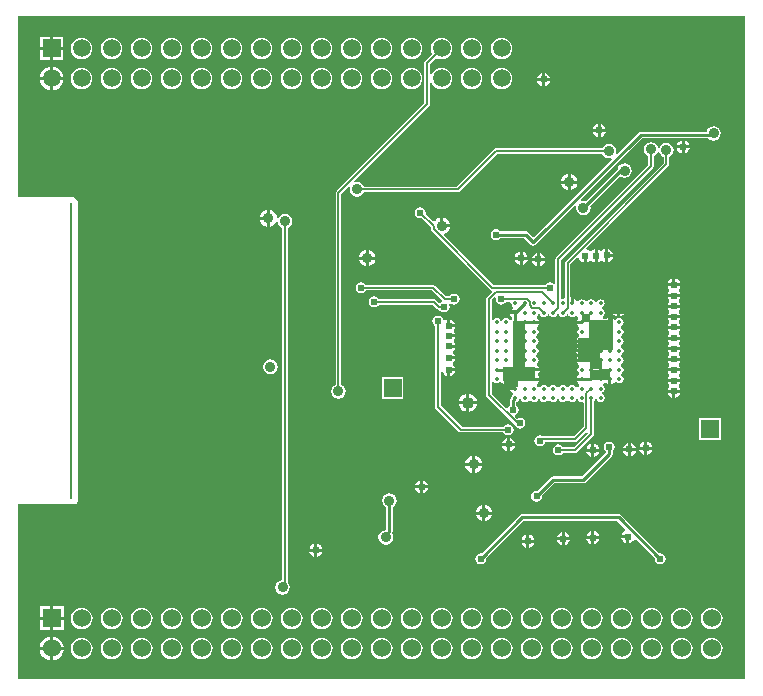
<source format=gbl>
G04 Layer_Physical_Order=2*
G04 Layer_Color=16711680*
%FSLAX25Y25*%
%MOIN*%
G70*
G01*
G75*
%ADD21C,0.01000*%
%ADD22C,0.00600*%
%ADD23C,0.00500*%
%ADD61R,0.05906X0.05906*%
%ADD62C,0.04000*%
%ADD63C,0.05906*%
%ADD64C,0.01378*%
%ADD65C,0.06000*%
%ADD66R,0.06000X0.06000*%
%ADD67C,0.03600*%
%ADD68C,0.02400*%
%ADD69R,0.08425X0.10433*%
%ADD70R,0.07323X0.08110*%
%ADD71R,0.10827X0.05079*%
%ADD72R,0.05118X0.03150*%
%ADD73R,0.01811X0.06772*%
%ADD74R,0.03740X0.01811*%
%ADD75R,0.06732X0.10591*%
%ADD76R,0.04134X0.15748*%
%ADD77R,0.06299X0.03150*%
%ADD78R,0.03150X0.03150*%
G36*
X18805Y61181D02*
X17960D01*
Y159904D01*
X18805D01*
Y61181D01*
D02*
G37*
G36*
X243047Y988D02*
X847D01*
Y59346D01*
X19617D01*
X19969Y59416D01*
X20266Y59615D01*
X20372Y59721D01*
X20571Y60018D01*
X20641Y60370D01*
Y160292D01*
X20571Y160643D01*
X20372Y160941D01*
X19843Y161470D01*
X19545Y161669D01*
X19194Y161739D01*
X953D01*
Y222042D01*
X243047D01*
Y988D01*
D02*
G37*
%LPC*%
G36*
X183050Y50048D02*
Y48404D01*
X184694D01*
X184622Y48763D01*
X184136Y49490D01*
X183408Y49977D01*
X183050Y50048D01*
D02*
G37*
G36*
X191893Y50381D02*
X191534Y50310D01*
X190806Y49823D01*
X190320Y49096D01*
X190249Y48737D01*
X191893D01*
Y50381D01*
D02*
G37*
G36*
X182050Y50048D02*
X181692Y49977D01*
X180964Y49490D01*
X180478Y48763D01*
X180406Y48404D01*
X182050D01*
Y50048D01*
D02*
G37*
G36*
X170287Y49230D02*
X169929Y49159D01*
X169201Y48673D01*
X168715Y47945D01*
X168644Y47587D01*
X170287D01*
Y49230D01*
D02*
G37*
G36*
X171287D02*
Y47587D01*
X172931D01*
X172860Y47945D01*
X172373Y48673D01*
X171646Y49159D01*
X171287Y49230D01*
D02*
G37*
G36*
X192893Y50381D02*
Y48737D01*
X194536D01*
X194465Y49096D01*
X193979Y49823D01*
X193251Y50310D01*
X192893Y50381D01*
D02*
G37*
G36*
X155602Y59176D02*
X155371Y59145D01*
X154690Y58863D01*
X154105Y58414D01*
X153657Y57829D01*
X153374Y57148D01*
X153344Y56917D01*
X155602D01*
Y59176D01*
D02*
G37*
G36*
X156602D02*
Y56917D01*
X158861D01*
X158830Y57148D01*
X158548Y57829D01*
X158099Y58414D01*
X157514Y58863D01*
X156833Y59145D01*
X156602Y59176D01*
D02*
G37*
G36*
X200997Y56123D02*
X200997Y56123D01*
X168827D01*
X168827Y56123D01*
X168398Y56038D01*
X168034Y55794D01*
X155199Y42959D01*
X154991Y43000D01*
X154289Y42861D01*
X153693Y42463D01*
X153295Y41868D01*
X153156Y41165D01*
X153295Y40463D01*
X153693Y39867D01*
X154289Y39470D01*
X154991Y39330D01*
X155693Y39470D01*
X156289Y39867D01*
X156687Y40463D01*
X156826Y41165D01*
X156785Y41373D01*
X169292Y53880D01*
X200533D01*
X203278Y51134D01*
X203125Y50581D01*
X202508Y50169D01*
X202022Y49441D01*
X201951Y49083D01*
X204095D01*
Y48583D01*
X204594D01*
Y46439D01*
X204953Y46510D01*
X205681Y46997D01*
X206093Y47613D01*
X206646Y47766D01*
X213040Y41373D01*
X212998Y41165D01*
X213138Y40463D01*
X213536Y39867D01*
X214131Y39470D01*
X214833Y39330D01*
X215536Y39470D01*
X216131Y39867D01*
X216529Y40463D01*
X216669Y41165D01*
X216529Y41868D01*
X216131Y42463D01*
X215536Y42861D01*
X214833Y43000D01*
X214626Y42959D01*
X201790Y55794D01*
X201427Y56038D01*
X200997Y56123D01*
D02*
G37*
G36*
X155602Y55917D02*
X153344D01*
X153374Y55686D01*
X153657Y55005D01*
X154105Y54420D01*
X154690Y53971D01*
X155371Y53689D01*
X155602Y53659D01*
Y55917D01*
D02*
G37*
G36*
X158861D02*
X156602D01*
Y53659D01*
X156833Y53689D01*
X157514Y53971D01*
X158099Y54420D01*
X158548Y55005D01*
X158830Y55686D01*
X158861Y55917D01*
D02*
G37*
G36*
X203594Y48083D02*
X201951D01*
X202022Y47724D01*
X202508Y46997D01*
X203236Y46510D01*
X203594Y46439D01*
Y48083D01*
D02*
G37*
G36*
X99539Y46238D02*
X99181Y46167D01*
X98453Y45681D01*
X97967Y44953D01*
X97896Y44594D01*
X99539D01*
Y46238D01*
D02*
G37*
G36*
X100539D02*
Y44594D01*
X102183D01*
X102112Y44953D01*
X101626Y45681D01*
X100898Y46167D01*
X100539Y46238D01*
D02*
G37*
G36*
X170287Y46587D02*
X168644D01*
X168715Y46228D01*
X169201Y45500D01*
X169929Y45014D01*
X170287Y44943D01*
Y46587D01*
D02*
G37*
G36*
X84744Y157448D02*
Y154690D01*
Y151932D01*
X84975Y151962D01*
X85656Y152244D01*
X86241Y152693D01*
X86690Y153278D01*
X86804Y153555D01*
X87325Y153503D01*
X87464Y152804D01*
X87994Y152010D01*
X88788Y151479D01*
X88807Y151476D01*
Y34059D01*
X88079Y33914D01*
X87286Y33384D01*
X86755Y32590D01*
X86569Y31653D01*
X86755Y30717D01*
X87286Y29923D01*
X88079Y29393D01*
X89016Y29206D01*
X89952Y29393D01*
X90746Y29923D01*
X91277Y30717D01*
X91463Y31653D01*
X91277Y32590D01*
X90746Y33384D01*
X90642Y33453D01*
Y151476D01*
X90661Y151479D01*
X91455Y152010D01*
X91985Y152804D01*
X92171Y153740D01*
X91985Y154677D01*
X91455Y155471D01*
X90661Y156001D01*
X89724Y156187D01*
X88788Y156001D01*
X87994Y155471D01*
X87556Y154815D01*
X87039Y154910D01*
X86972Y155421D01*
X86690Y156102D01*
X86241Y156687D01*
X85656Y157136D01*
X84975Y157418D01*
X84744Y157448D01*
D02*
G37*
G36*
X99539Y43595D02*
X97896D01*
X97967Y43236D01*
X98453Y42508D01*
X99181Y42022D01*
X99539Y41951D01*
Y43595D01*
D02*
G37*
G36*
X102183D02*
X100539D01*
Y41951D01*
X100898Y42022D01*
X101626Y42508D01*
X102112Y43236D01*
X102183Y43595D01*
D02*
G37*
G36*
X124563Y63030D02*
X123626Y62844D01*
X122832Y62313D01*
X122302Y61519D01*
X122116Y60583D01*
X122302Y59646D01*
X122832Y58852D01*
X123441Y58446D01*
Y50854D01*
X123389Y50811D01*
X122452Y50625D01*
X121658Y50094D01*
X121128Y49300D01*
X120942Y48364D01*
X121128Y47428D01*
X121658Y46634D01*
X122452Y46103D01*
X123389Y45917D01*
X124325Y46103D01*
X125119Y46634D01*
X125649Y47428D01*
X125836Y48364D01*
X125649Y49300D01*
X125427Y49633D01*
X125599Y49890D01*
X125684Y50320D01*
Y58446D01*
X126293Y58852D01*
X126823Y59646D01*
X127010Y60583D01*
X126823Y61519D01*
X126293Y62313D01*
X125499Y62844D01*
X124563Y63030D01*
D02*
G37*
G36*
X191893Y47737D02*
X190249D01*
X190320Y47379D01*
X190806Y46651D01*
X191534Y46165D01*
X191893Y46094D01*
Y47737D01*
D02*
G37*
G36*
X194536D02*
X192893D01*
Y46094D01*
X193251Y46165D01*
X193979Y46651D01*
X194465Y47379D01*
X194536Y47737D01*
D02*
G37*
G36*
X172931Y46587D02*
X171287D01*
Y44943D01*
X171646Y45014D01*
X172373Y45500D01*
X172860Y46228D01*
X172931Y46587D01*
D02*
G37*
G36*
X182050Y47404D02*
X180406D01*
X180478Y47046D01*
X180964Y46318D01*
X181692Y45832D01*
X182050Y45761D01*
Y47404D01*
D02*
G37*
G36*
X184694D02*
X183050D01*
Y45761D01*
X183408Y45832D01*
X184136Y46318D01*
X184622Y47046D01*
X184694Y47404D01*
D02*
G37*
G36*
X134815Y64697D02*
X133171D01*
X133243Y64338D01*
X133729Y63611D01*
X134457Y63125D01*
X134815Y63053D01*
Y64697D01*
D02*
G37*
G36*
X191903Y79545D02*
X191545Y79474D01*
X190817Y78988D01*
X190331Y78260D01*
X190260Y77902D01*
X191903D01*
Y79545D01*
D02*
G37*
G36*
X192903D02*
Y77902D01*
X194547D01*
X194476Y78260D01*
X193989Y78988D01*
X193262Y79474D01*
X192903Y79545D01*
D02*
G37*
G36*
X204106Y79781D02*
X203748Y79710D01*
X203020Y79224D01*
X202534Y78496D01*
X202463Y78138D01*
X204106D01*
Y79781D01*
D02*
G37*
G36*
X212222Y77571D02*
X210579D01*
Y75927D01*
X210937Y75999D01*
X211665Y76485D01*
X212151Y77213D01*
X212222Y77571D01*
D02*
G37*
G36*
X163831Y78831D02*
X162187D01*
X162258Y78472D01*
X162745Y77745D01*
X163472Y77258D01*
X163831Y77187D01*
Y78831D01*
D02*
G37*
G36*
X166474D02*
X164831D01*
Y77187D01*
X165189Y77258D01*
X165917Y77745D01*
X166403Y78472D01*
X166474Y78831D01*
D02*
G37*
G36*
X163831Y81474D02*
X163472Y81403D01*
X162745Y80917D01*
X162258Y80189D01*
X162187Y79831D01*
X163831D01*
Y81474D01*
D02*
G37*
G36*
X164831D02*
Y79831D01*
X166474D01*
X166403Y80189D01*
X165917Y80917D01*
X165189Y81403D01*
X164831Y81474D01*
D02*
G37*
G36*
X235049Y88041D02*
X227943D01*
Y80935D01*
X235049D01*
Y88041D01*
D02*
G37*
G36*
X205106Y79781D02*
Y78138D01*
X206750D01*
X206679Y78496D01*
X206192Y79224D01*
X205465Y79710D01*
X205106Y79781D01*
D02*
G37*
G36*
X209579Y80215D02*
X209220Y80143D01*
X208493Y79657D01*
X208006Y78929D01*
X207935Y78571D01*
X209579D01*
Y80215D01*
D02*
G37*
G36*
X210579D02*
Y78571D01*
X212222D01*
X212151Y78929D01*
X211665Y79657D01*
X210937Y80143D01*
X210579Y80215D01*
D02*
G37*
G36*
X209579Y77571D02*
X207935D01*
X208006Y77213D01*
X208493Y76485D01*
X209220Y75999D01*
X209579Y75927D01*
Y77571D01*
D02*
G37*
G36*
X197907Y80258D02*
X197204Y80118D01*
X196609Y79721D01*
X196211Y79125D01*
X196072Y78423D01*
X196211Y77721D01*
X196609Y77125D01*
X196648Y77100D01*
X196685Y76556D01*
X188782Y68653D01*
X179130D01*
X178701Y68568D01*
X178337Y68325D01*
X178337Y68325D01*
X173837Y63825D01*
X173630Y63867D01*
X172927Y63727D01*
X172332Y63329D01*
X171934Y62734D01*
X171794Y62031D01*
X171934Y61329D01*
X172332Y60734D01*
X172927Y60336D01*
X173630Y60196D01*
X174332Y60336D01*
X174927Y60734D01*
X175325Y61329D01*
X175465Y62031D01*
X175424Y62239D01*
X179594Y66410D01*
X189246D01*
X189246Y66410D01*
X189676Y66495D01*
X190040Y66738D01*
X198700Y75399D01*
X198700Y75399D01*
X198943Y75763D01*
X199028Y76192D01*
X199028Y76192D01*
Y77007D01*
X199205Y77125D01*
X199602Y77721D01*
X199742Y78423D01*
X199602Y79125D01*
X199205Y79721D01*
X198609Y80118D01*
X197907Y80258D01*
D02*
G37*
G36*
X152129Y72161D02*
X149871D01*
X149901Y71930D01*
X150183Y71249D01*
X150632Y70664D01*
X151217Y70215D01*
X151898Y69933D01*
X152129Y69903D01*
Y72161D01*
D02*
G37*
G36*
X155387D02*
X153129D01*
Y69903D01*
X153360Y69933D01*
X154041Y70215D01*
X154626Y70664D01*
X155075Y71249D01*
X155357Y71930D01*
X155387Y72161D01*
D02*
G37*
G36*
X137459Y64697D02*
X135815D01*
Y63053D01*
X136173Y63125D01*
X136901Y63611D01*
X137387Y64338D01*
X137459Y64697D01*
D02*
G37*
G36*
X134815Y67340D02*
X134457Y67269D01*
X133729Y66783D01*
X133243Y66055D01*
X133171Y65697D01*
X134815D01*
Y67340D01*
D02*
G37*
G36*
X135815D02*
Y65697D01*
X137459D01*
X137387Y66055D01*
X136901Y66783D01*
X136173Y67269D01*
X135815Y67340D01*
D02*
G37*
G36*
X194547Y76902D02*
X192903D01*
Y75258D01*
X193262Y75330D01*
X193989Y75816D01*
X194476Y76543D01*
X194547Y76902D01*
D02*
G37*
G36*
X204106Y77138D02*
X202463D01*
X202534Y76779D01*
X203020Y76052D01*
X203748Y75565D01*
X204106Y75494D01*
Y77138D01*
D02*
G37*
G36*
X206750D02*
X205106D01*
Y75494D01*
X205465Y75565D01*
X206192Y76052D01*
X206679Y76779D01*
X206750Y77138D01*
D02*
G37*
G36*
X152129Y75420D02*
X151898Y75389D01*
X151217Y75107D01*
X150632Y74658D01*
X150183Y74073D01*
X149901Y73392D01*
X149871Y73161D01*
X152129D01*
Y75420D01*
D02*
G37*
G36*
X153129D02*
Y73161D01*
X155387D01*
X155357Y73392D01*
X155075Y74073D01*
X154626Y74658D01*
X154041Y75107D01*
X153360Y75389D01*
X153129Y75420D01*
D02*
G37*
G36*
X191903Y76902D02*
X190260D01*
X190331Y76543D01*
X190817Y75816D01*
X191545Y75330D01*
X191903Y75258D01*
Y76902D01*
D02*
G37*
G36*
X16001Y25297D02*
X12501D01*
Y21797D01*
X16001D01*
Y25297D01*
D02*
G37*
G36*
X162001Y14928D02*
X161061Y14804D01*
X160185Y14442D01*
X159433Y13864D01*
X158856Y13113D01*
X158493Y12237D01*
X158369Y11297D01*
X158493Y10357D01*
X158856Y9481D01*
X159433Y8729D01*
X160185Y8152D01*
X161061Y7790D01*
X162001Y7666D01*
X162940Y7790D01*
X163816Y8152D01*
X164568Y8729D01*
X165145Y9481D01*
X165508Y10357D01*
X165631Y11297D01*
X165508Y12237D01*
X165145Y13113D01*
X164568Y13864D01*
X163816Y14442D01*
X162940Y14804D01*
X162001Y14928D01*
D02*
G37*
G36*
X172001D02*
X171061Y14804D01*
X170185Y14442D01*
X169433Y13864D01*
X168856Y13113D01*
X168493Y12237D01*
X168369Y11297D01*
X168493Y10357D01*
X168856Y9481D01*
X169433Y8729D01*
X170185Y8152D01*
X171061Y7790D01*
X172001Y7666D01*
X172940Y7790D01*
X173816Y8152D01*
X174568Y8729D01*
X175145Y9481D01*
X175508Y10357D01*
X175631Y11297D01*
X175508Y12237D01*
X175145Y13113D01*
X174568Y13864D01*
X173816Y14442D01*
X172940Y14804D01*
X172001Y14928D01*
D02*
G37*
G36*
X182001D02*
X181061Y14804D01*
X180185Y14442D01*
X179433Y13864D01*
X178856Y13113D01*
X178493Y12237D01*
X178369Y11297D01*
X178493Y10357D01*
X178856Y9481D01*
X179433Y8729D01*
X180185Y8152D01*
X181061Y7790D01*
X182001Y7666D01*
X182940Y7790D01*
X183816Y8152D01*
X184568Y8729D01*
X185145Y9481D01*
X185508Y10357D01*
X185632Y11297D01*
X185508Y12237D01*
X185145Y13113D01*
X184568Y13864D01*
X183816Y14442D01*
X182940Y14804D01*
X182001Y14928D01*
D02*
G37*
G36*
X132001D02*
X131061Y14804D01*
X130185Y14442D01*
X129433Y13864D01*
X128856Y13113D01*
X128493Y12237D01*
X128369Y11297D01*
X128493Y10357D01*
X128856Y9481D01*
X129433Y8729D01*
X130185Y8152D01*
X131061Y7790D01*
X132001Y7666D01*
X132940Y7790D01*
X133816Y8152D01*
X134568Y8729D01*
X135145Y9481D01*
X135508Y10357D01*
X135632Y11297D01*
X135508Y12237D01*
X135145Y13113D01*
X134568Y13864D01*
X133816Y14442D01*
X132940Y14804D01*
X132001Y14928D01*
D02*
G37*
G36*
X142000D02*
X141061Y14804D01*
X140185Y14442D01*
X139433Y13864D01*
X138856Y13113D01*
X138493Y12237D01*
X138369Y11297D01*
X138493Y10357D01*
X138856Y9481D01*
X139433Y8729D01*
X140185Y8152D01*
X141061Y7790D01*
X142000Y7666D01*
X142940Y7790D01*
X143816Y8152D01*
X144568Y8729D01*
X145145Y9481D01*
X145508Y10357D01*
X145632Y11297D01*
X145508Y12237D01*
X145145Y13113D01*
X144568Y13864D01*
X143816Y14442D01*
X142940Y14804D01*
X142000Y14928D01*
D02*
G37*
G36*
X152000D02*
X151061Y14804D01*
X150185Y14442D01*
X149433Y13864D01*
X148856Y13113D01*
X148493Y12237D01*
X148369Y11297D01*
X148493Y10357D01*
X148856Y9481D01*
X149433Y8729D01*
X150185Y8152D01*
X151061Y7790D01*
X152000Y7666D01*
X152940Y7790D01*
X153816Y8152D01*
X154568Y8729D01*
X155145Y9481D01*
X155508Y10357D01*
X155631Y11297D01*
X155508Y12237D01*
X155145Y13113D01*
X154568Y13864D01*
X153816Y14442D01*
X152940Y14804D01*
X152000Y14928D01*
D02*
G37*
G36*
X222001D02*
X221061Y14804D01*
X220185Y14442D01*
X219433Y13864D01*
X218856Y13113D01*
X218493Y12237D01*
X218369Y11297D01*
X218493Y10357D01*
X218856Y9481D01*
X219433Y8729D01*
X220185Y8152D01*
X221061Y7790D01*
X222001Y7666D01*
X222940Y7790D01*
X223816Y8152D01*
X224568Y8729D01*
X225145Y9481D01*
X225508Y10357D01*
X225631Y11297D01*
X225508Y12237D01*
X225145Y13113D01*
X224568Y13864D01*
X223816Y14442D01*
X222940Y14804D01*
X222001Y14928D01*
D02*
G37*
G36*
X232000D02*
X231061Y14804D01*
X230185Y14442D01*
X229433Y13864D01*
X228856Y13113D01*
X228493Y12237D01*
X228369Y11297D01*
X228493Y10357D01*
X228856Y9481D01*
X229433Y8729D01*
X230185Y8152D01*
X231061Y7790D01*
X232000Y7666D01*
X232940Y7790D01*
X233816Y8152D01*
X234568Y8729D01*
X235145Y9481D01*
X235508Y10357D01*
X235631Y11297D01*
X235508Y12237D01*
X235145Y13113D01*
X234568Y13864D01*
X233816Y14442D01*
X232940Y14804D01*
X232000Y14928D01*
D02*
G37*
G36*
X11501Y15266D02*
X10956Y15194D01*
X9983Y14791D01*
X9148Y14150D01*
X8506Y13314D01*
X8103Y12341D01*
X8032Y11797D01*
X11501D01*
Y15266D01*
D02*
G37*
G36*
X192000Y14928D02*
X191061Y14804D01*
X190185Y14442D01*
X189433Y13864D01*
X188856Y13113D01*
X188493Y12237D01*
X188369Y11297D01*
X188493Y10357D01*
X188856Y9481D01*
X189433Y8729D01*
X190185Y8152D01*
X191061Y7790D01*
X192000Y7666D01*
X192940Y7790D01*
X193816Y8152D01*
X194568Y8729D01*
X195145Y9481D01*
X195508Y10357D01*
X195632Y11297D01*
X195508Y12237D01*
X195145Y13113D01*
X194568Y13864D01*
X193816Y14442D01*
X192940Y14804D01*
X192000Y14928D01*
D02*
G37*
G36*
X202000D02*
X201061Y14804D01*
X200185Y14442D01*
X199433Y13864D01*
X198856Y13113D01*
X198493Y12237D01*
X198369Y11297D01*
X198493Y10357D01*
X198856Y9481D01*
X199433Y8729D01*
X200185Y8152D01*
X201061Y7790D01*
X202000Y7666D01*
X202940Y7790D01*
X203816Y8152D01*
X204568Y8729D01*
X205145Y9481D01*
X205508Y10357D01*
X205631Y11297D01*
X205508Y12237D01*
X205145Y13113D01*
X204568Y13864D01*
X203816Y14442D01*
X202940Y14804D01*
X202000Y14928D01*
D02*
G37*
G36*
X212000D02*
X211061Y14804D01*
X210185Y14442D01*
X209433Y13864D01*
X208856Y13113D01*
X208493Y12237D01*
X208369Y11297D01*
X208493Y10357D01*
X208856Y9481D01*
X209433Y8729D01*
X210185Y8152D01*
X211061Y7790D01*
X212000Y7666D01*
X212940Y7790D01*
X213816Y8152D01*
X214568Y8729D01*
X215145Y9481D01*
X215508Y10357D01*
X215632Y11297D01*
X215508Y12237D01*
X215145Y13113D01*
X214568Y13864D01*
X213816Y14442D01*
X212940Y14804D01*
X212000Y14928D01*
D02*
G37*
G36*
X122001D02*
X121061Y14804D01*
X120185Y14442D01*
X119433Y13864D01*
X118856Y13113D01*
X118493Y12237D01*
X118369Y11297D01*
X118493Y10357D01*
X118856Y9481D01*
X119433Y8729D01*
X120185Y8152D01*
X121061Y7790D01*
X122001Y7666D01*
X122940Y7790D01*
X123816Y8152D01*
X124568Y8729D01*
X125145Y9481D01*
X125508Y10357D01*
X125631Y11297D01*
X125508Y12237D01*
X125145Y13113D01*
X124568Y13864D01*
X123816Y14442D01*
X122940Y14804D01*
X122001Y14928D01*
D02*
G37*
G36*
X32000D02*
X31061Y14804D01*
X30185Y14442D01*
X29433Y13864D01*
X28856Y13113D01*
X28493Y12237D01*
X28369Y11297D01*
X28493Y10357D01*
X28856Y9481D01*
X29433Y8729D01*
X30185Y8152D01*
X31061Y7790D01*
X32000Y7666D01*
X32940Y7790D01*
X33816Y8152D01*
X34568Y8729D01*
X35145Y9481D01*
X35508Y10357D01*
X35631Y11297D01*
X35508Y12237D01*
X35145Y13113D01*
X34568Y13864D01*
X33816Y14442D01*
X32940Y14804D01*
X32000Y14928D01*
D02*
G37*
G36*
X42000D02*
X41061Y14804D01*
X40185Y14442D01*
X39433Y13864D01*
X38856Y13113D01*
X38493Y12237D01*
X38369Y11297D01*
X38493Y10357D01*
X38856Y9481D01*
X39433Y8729D01*
X40185Y8152D01*
X41061Y7790D01*
X42000Y7666D01*
X42940Y7790D01*
X43816Y8152D01*
X44568Y8729D01*
X45145Y9481D01*
X45508Y10357D01*
X45632Y11297D01*
X45508Y12237D01*
X45145Y13113D01*
X44568Y13864D01*
X43816Y14442D01*
X42940Y14804D01*
X42000Y14928D01*
D02*
G37*
G36*
X52000D02*
X51061Y14804D01*
X50185Y14442D01*
X49433Y13864D01*
X48856Y13113D01*
X48493Y12237D01*
X48369Y11297D01*
X48493Y10357D01*
X48856Y9481D01*
X49433Y8729D01*
X50185Y8152D01*
X51061Y7790D01*
X52000Y7666D01*
X52940Y7790D01*
X53816Y8152D01*
X54568Y8729D01*
X55145Y9481D01*
X55508Y10357D01*
X55632Y11297D01*
X55508Y12237D01*
X55145Y13113D01*
X54568Y13864D01*
X53816Y14442D01*
X52940Y14804D01*
X52000Y14928D01*
D02*
G37*
G36*
X11501Y10797D02*
X8032D01*
X8103Y10253D01*
X8506Y9280D01*
X9148Y8444D01*
X9983Y7803D01*
X10956Y7400D01*
X11501Y7328D01*
Y10797D01*
D02*
G37*
G36*
X15969D02*
X12501D01*
Y7328D01*
X13045Y7400D01*
X14018Y7803D01*
X14853Y8444D01*
X15495Y9280D01*
X15898Y10253D01*
X15969Y10797D01*
D02*
G37*
G36*
X22001Y14928D02*
X21061Y14804D01*
X20185Y14442D01*
X19433Y13864D01*
X18856Y13113D01*
X18493Y12237D01*
X18369Y11297D01*
X18493Y10357D01*
X18856Y9481D01*
X19433Y8729D01*
X20185Y8152D01*
X21061Y7790D01*
X22001Y7666D01*
X22940Y7790D01*
X23816Y8152D01*
X24568Y8729D01*
X25145Y9481D01*
X25508Y10357D01*
X25631Y11297D01*
X25508Y12237D01*
X25145Y13113D01*
X24568Y13864D01*
X23816Y14442D01*
X22940Y14804D01*
X22001Y14928D01*
D02*
G37*
G36*
X92001D02*
X91061Y14804D01*
X90185Y14442D01*
X89433Y13864D01*
X88856Y13113D01*
X88493Y12237D01*
X88369Y11297D01*
X88493Y10357D01*
X88856Y9481D01*
X89433Y8729D01*
X90185Y8152D01*
X91061Y7790D01*
X92001Y7666D01*
X92940Y7790D01*
X93816Y8152D01*
X94568Y8729D01*
X95145Y9481D01*
X95508Y10357D01*
X95631Y11297D01*
X95508Y12237D01*
X95145Y13113D01*
X94568Y13864D01*
X93816Y14442D01*
X92940Y14804D01*
X92001Y14928D01*
D02*
G37*
G36*
X102000D02*
X101061Y14804D01*
X100185Y14442D01*
X99433Y13864D01*
X98856Y13113D01*
X98493Y12237D01*
X98369Y11297D01*
X98493Y10357D01*
X98856Y9481D01*
X99433Y8729D01*
X100185Y8152D01*
X101061Y7790D01*
X102000Y7666D01*
X102940Y7790D01*
X103816Y8152D01*
X104568Y8729D01*
X105145Y9481D01*
X105508Y10357D01*
X105631Y11297D01*
X105508Y12237D01*
X105145Y13113D01*
X104568Y13864D01*
X103816Y14442D01*
X102940Y14804D01*
X102000Y14928D01*
D02*
G37*
G36*
X112001D02*
X111061Y14804D01*
X110185Y14442D01*
X109433Y13864D01*
X108856Y13113D01*
X108493Y12237D01*
X108369Y11297D01*
X108493Y10357D01*
X108856Y9481D01*
X109433Y8729D01*
X110185Y8152D01*
X111061Y7790D01*
X112001Y7666D01*
X112940Y7790D01*
X113816Y8152D01*
X114568Y8729D01*
X115145Y9481D01*
X115508Y10357D01*
X115631Y11297D01*
X115508Y12237D01*
X115145Y13113D01*
X114568Y13864D01*
X113816Y14442D01*
X112940Y14804D01*
X112001Y14928D01*
D02*
G37*
G36*
X62001D02*
X61061Y14804D01*
X60185Y14442D01*
X59433Y13864D01*
X58856Y13113D01*
X58493Y12237D01*
X58369Y11297D01*
X58493Y10357D01*
X58856Y9481D01*
X59433Y8729D01*
X60185Y8152D01*
X61061Y7790D01*
X62001Y7666D01*
X62940Y7790D01*
X63816Y8152D01*
X64568Y8729D01*
X65145Y9481D01*
X65508Y10357D01*
X65632Y11297D01*
X65508Y12237D01*
X65145Y13113D01*
X64568Y13864D01*
X63816Y14442D01*
X62940Y14804D01*
X62001Y14928D01*
D02*
G37*
G36*
X72000D02*
X71061Y14804D01*
X70185Y14442D01*
X69433Y13864D01*
X68856Y13113D01*
X68493Y12237D01*
X68369Y11297D01*
X68493Y10357D01*
X68856Y9481D01*
X69433Y8729D01*
X70185Y8152D01*
X71061Y7790D01*
X72000Y7666D01*
X72940Y7790D01*
X73816Y8152D01*
X74568Y8729D01*
X75145Y9481D01*
X75508Y10357D01*
X75631Y11297D01*
X75508Y12237D01*
X75145Y13113D01*
X74568Y13864D01*
X73816Y14442D01*
X72940Y14804D01*
X72000Y14928D01*
D02*
G37*
G36*
X82000D02*
X81061Y14804D01*
X80185Y14442D01*
X79433Y13864D01*
X78856Y13113D01*
X78493Y12237D01*
X78369Y11297D01*
X78493Y10357D01*
X78856Y9481D01*
X79433Y8729D01*
X80185Y8152D01*
X81061Y7790D01*
X82000Y7666D01*
X82940Y7790D01*
X83816Y8152D01*
X84568Y8729D01*
X85145Y9481D01*
X85508Y10357D01*
X85632Y11297D01*
X85508Y12237D01*
X85145Y13113D01*
X84568Y13864D01*
X83816Y14442D01*
X82940Y14804D01*
X82000Y14928D01*
D02*
G37*
G36*
X12501Y15266D02*
Y11797D01*
X15969D01*
X15898Y12341D01*
X15495Y13314D01*
X14853Y14150D01*
X14018Y14791D01*
X13045Y15194D01*
X12501Y15266D01*
D02*
G37*
G36*
X162001Y24928D02*
X161061Y24804D01*
X160185Y24442D01*
X159433Y23865D01*
X158856Y23112D01*
X158493Y22237D01*
X158369Y21297D01*
X158493Y20357D01*
X158856Y19481D01*
X159433Y18729D01*
X160185Y18152D01*
X161061Y17790D01*
X162001Y17666D01*
X162940Y17790D01*
X163816Y18152D01*
X164568Y18729D01*
X165145Y19481D01*
X165508Y20357D01*
X165631Y21297D01*
X165508Y22237D01*
X165145Y23112D01*
X164568Y23865D01*
X163816Y24442D01*
X162940Y24804D01*
X162001Y24928D01*
D02*
G37*
G36*
X172001D02*
X171061Y24804D01*
X170185Y24442D01*
X169433Y23865D01*
X168856Y23112D01*
X168493Y22237D01*
X168369Y21297D01*
X168493Y20357D01*
X168856Y19481D01*
X169433Y18729D01*
X170185Y18152D01*
X171061Y17790D01*
X172001Y17666D01*
X172940Y17790D01*
X173816Y18152D01*
X174568Y18729D01*
X175145Y19481D01*
X175508Y20357D01*
X175631Y21297D01*
X175508Y22237D01*
X175145Y23112D01*
X174568Y23865D01*
X173816Y24442D01*
X172940Y24804D01*
X172001Y24928D01*
D02*
G37*
G36*
X182001D02*
X181061Y24804D01*
X180185Y24442D01*
X179433Y23865D01*
X178856Y23112D01*
X178493Y22237D01*
X178369Y21297D01*
X178493Y20357D01*
X178856Y19481D01*
X179433Y18729D01*
X180185Y18152D01*
X181061Y17790D01*
X182001Y17666D01*
X182940Y17790D01*
X183816Y18152D01*
X184568Y18729D01*
X185145Y19481D01*
X185508Y20357D01*
X185632Y21297D01*
X185508Y22237D01*
X185145Y23112D01*
X184568Y23865D01*
X183816Y24442D01*
X182940Y24804D01*
X182001Y24928D01*
D02*
G37*
G36*
X132001D02*
X131061Y24804D01*
X130185Y24442D01*
X129433Y23865D01*
X128856Y23112D01*
X128493Y22237D01*
X128369Y21297D01*
X128493Y20357D01*
X128856Y19481D01*
X129433Y18729D01*
X130185Y18152D01*
X131061Y17790D01*
X132001Y17666D01*
X132940Y17790D01*
X133816Y18152D01*
X134568Y18729D01*
X135145Y19481D01*
X135508Y20357D01*
X135632Y21297D01*
X135508Y22237D01*
X135145Y23112D01*
X134568Y23865D01*
X133816Y24442D01*
X132940Y24804D01*
X132001Y24928D01*
D02*
G37*
G36*
X142000D02*
X141061Y24804D01*
X140185Y24442D01*
X139433Y23865D01*
X138856Y23112D01*
X138493Y22237D01*
X138369Y21297D01*
X138493Y20357D01*
X138856Y19481D01*
X139433Y18729D01*
X140185Y18152D01*
X141061Y17790D01*
X142000Y17666D01*
X142940Y17790D01*
X143816Y18152D01*
X144568Y18729D01*
X145145Y19481D01*
X145508Y20357D01*
X145632Y21297D01*
X145508Y22237D01*
X145145Y23112D01*
X144568Y23865D01*
X143816Y24442D01*
X142940Y24804D01*
X142000Y24928D01*
D02*
G37*
G36*
X152000D02*
X151061Y24804D01*
X150185Y24442D01*
X149433Y23865D01*
X148856Y23112D01*
X148493Y22237D01*
X148369Y21297D01*
X148493Y20357D01*
X148856Y19481D01*
X149433Y18729D01*
X150185Y18152D01*
X151061Y17790D01*
X152000Y17666D01*
X152940Y17790D01*
X153816Y18152D01*
X154568Y18729D01*
X155145Y19481D01*
X155508Y20357D01*
X155631Y21297D01*
X155508Y22237D01*
X155145Y23112D01*
X154568Y23865D01*
X153816Y24442D01*
X152940Y24804D01*
X152000Y24928D01*
D02*
G37*
G36*
X222001D02*
X221061Y24804D01*
X220185Y24442D01*
X219433Y23865D01*
X218856Y23112D01*
X218493Y22237D01*
X218369Y21297D01*
X218493Y20357D01*
X218856Y19481D01*
X219433Y18729D01*
X220185Y18152D01*
X221061Y17790D01*
X222001Y17666D01*
X222940Y17790D01*
X223816Y18152D01*
X224568Y18729D01*
X225145Y19481D01*
X225508Y20357D01*
X225631Y21297D01*
X225508Y22237D01*
X225145Y23112D01*
X224568Y23865D01*
X223816Y24442D01*
X222940Y24804D01*
X222001Y24928D01*
D02*
G37*
G36*
X232000D02*
X231061Y24804D01*
X230185Y24442D01*
X229433Y23865D01*
X228856Y23112D01*
X228493Y22237D01*
X228369Y21297D01*
X228493Y20357D01*
X228856Y19481D01*
X229433Y18729D01*
X230185Y18152D01*
X231061Y17790D01*
X232000Y17666D01*
X232940Y17790D01*
X233816Y18152D01*
X234568Y18729D01*
X235145Y19481D01*
X235508Y20357D01*
X235631Y21297D01*
X235508Y22237D01*
X235145Y23112D01*
X234568Y23865D01*
X233816Y24442D01*
X232940Y24804D01*
X232000Y24928D01*
D02*
G37*
G36*
X11501Y25297D02*
X8000D01*
Y21797D01*
X11501D01*
Y25297D01*
D02*
G37*
G36*
X192000Y24928D02*
X191061Y24804D01*
X190185Y24442D01*
X189433Y23865D01*
X188856Y23112D01*
X188493Y22237D01*
X188369Y21297D01*
X188493Y20357D01*
X188856Y19481D01*
X189433Y18729D01*
X190185Y18152D01*
X191061Y17790D01*
X192000Y17666D01*
X192940Y17790D01*
X193816Y18152D01*
X194568Y18729D01*
X195145Y19481D01*
X195508Y20357D01*
X195632Y21297D01*
X195508Y22237D01*
X195145Y23112D01*
X194568Y23865D01*
X193816Y24442D01*
X192940Y24804D01*
X192000Y24928D01*
D02*
G37*
G36*
X202000D02*
X201061Y24804D01*
X200185Y24442D01*
X199433Y23865D01*
X198856Y23112D01*
X198493Y22237D01*
X198369Y21297D01*
X198493Y20357D01*
X198856Y19481D01*
X199433Y18729D01*
X200185Y18152D01*
X201061Y17790D01*
X202000Y17666D01*
X202940Y17790D01*
X203816Y18152D01*
X204568Y18729D01*
X205145Y19481D01*
X205508Y20357D01*
X205631Y21297D01*
X205508Y22237D01*
X205145Y23112D01*
X204568Y23865D01*
X203816Y24442D01*
X202940Y24804D01*
X202000Y24928D01*
D02*
G37*
G36*
X212000D02*
X211061Y24804D01*
X210185Y24442D01*
X209433Y23865D01*
X208856Y23112D01*
X208493Y22237D01*
X208369Y21297D01*
X208493Y20357D01*
X208856Y19481D01*
X209433Y18729D01*
X210185Y18152D01*
X211061Y17790D01*
X212000Y17666D01*
X212940Y17790D01*
X213816Y18152D01*
X214568Y18729D01*
X215145Y19481D01*
X215508Y20357D01*
X215632Y21297D01*
X215508Y22237D01*
X215145Y23112D01*
X214568Y23865D01*
X213816Y24442D01*
X212940Y24804D01*
X212000Y24928D01*
D02*
G37*
G36*
X122001D02*
X121061Y24804D01*
X120185Y24442D01*
X119433Y23865D01*
X118856Y23112D01*
X118493Y22237D01*
X118369Y21297D01*
X118493Y20357D01*
X118856Y19481D01*
X119433Y18729D01*
X120185Y18152D01*
X121061Y17790D01*
X122001Y17666D01*
X122940Y17790D01*
X123816Y18152D01*
X124568Y18729D01*
X125145Y19481D01*
X125508Y20357D01*
X125631Y21297D01*
X125508Y22237D01*
X125145Y23112D01*
X124568Y23865D01*
X123816Y24442D01*
X122940Y24804D01*
X122001Y24928D01*
D02*
G37*
G36*
X32000D02*
X31061Y24804D01*
X30185Y24442D01*
X29433Y23865D01*
X28856Y23112D01*
X28493Y22237D01*
X28369Y21297D01*
X28493Y20357D01*
X28856Y19481D01*
X29433Y18729D01*
X30185Y18152D01*
X31061Y17790D01*
X32000Y17666D01*
X32940Y17790D01*
X33816Y18152D01*
X34568Y18729D01*
X35145Y19481D01*
X35508Y20357D01*
X35631Y21297D01*
X35508Y22237D01*
X35145Y23112D01*
X34568Y23865D01*
X33816Y24442D01*
X32940Y24804D01*
X32000Y24928D01*
D02*
G37*
G36*
X42000D02*
X41061Y24804D01*
X40185Y24442D01*
X39433Y23865D01*
X38856Y23112D01*
X38493Y22237D01*
X38369Y21297D01*
X38493Y20357D01*
X38856Y19481D01*
X39433Y18729D01*
X40185Y18152D01*
X41061Y17790D01*
X42000Y17666D01*
X42940Y17790D01*
X43816Y18152D01*
X44568Y18729D01*
X45145Y19481D01*
X45508Y20357D01*
X45632Y21297D01*
X45508Y22237D01*
X45145Y23112D01*
X44568Y23865D01*
X43816Y24442D01*
X42940Y24804D01*
X42000Y24928D01*
D02*
G37*
G36*
X52000D02*
X51061Y24804D01*
X50185Y24442D01*
X49433Y23865D01*
X48856Y23112D01*
X48493Y22237D01*
X48369Y21297D01*
X48493Y20357D01*
X48856Y19481D01*
X49433Y18729D01*
X50185Y18152D01*
X51061Y17790D01*
X52000Y17666D01*
X52940Y17790D01*
X53816Y18152D01*
X54568Y18729D01*
X55145Y19481D01*
X55508Y20357D01*
X55632Y21297D01*
X55508Y22237D01*
X55145Y23112D01*
X54568Y23865D01*
X53816Y24442D01*
X52940Y24804D01*
X52000Y24928D01*
D02*
G37*
G36*
X11501Y20797D02*
X8000D01*
Y17297D01*
X11501D01*
Y20797D01*
D02*
G37*
G36*
X16001D02*
X12501D01*
Y17297D01*
X16001D01*
Y20797D01*
D02*
G37*
G36*
X22001Y24928D02*
X21061Y24804D01*
X20185Y24442D01*
X19433Y23865D01*
X18856Y23112D01*
X18493Y22237D01*
X18369Y21297D01*
X18493Y20357D01*
X18856Y19481D01*
X19433Y18729D01*
X20185Y18152D01*
X21061Y17790D01*
X22001Y17666D01*
X22940Y17790D01*
X23816Y18152D01*
X24568Y18729D01*
X25145Y19481D01*
X25508Y20357D01*
X25631Y21297D01*
X25508Y22237D01*
X25145Y23112D01*
X24568Y23865D01*
X23816Y24442D01*
X22940Y24804D01*
X22001Y24928D01*
D02*
G37*
G36*
X92001D02*
X91061Y24804D01*
X90185Y24442D01*
X89433Y23865D01*
X88856Y23112D01*
X88493Y22237D01*
X88369Y21297D01*
X88493Y20357D01*
X88856Y19481D01*
X89433Y18729D01*
X90185Y18152D01*
X91061Y17790D01*
X92001Y17666D01*
X92940Y17790D01*
X93816Y18152D01*
X94568Y18729D01*
X95145Y19481D01*
X95508Y20357D01*
X95631Y21297D01*
X95508Y22237D01*
X95145Y23112D01*
X94568Y23865D01*
X93816Y24442D01*
X92940Y24804D01*
X92001Y24928D01*
D02*
G37*
G36*
X102000D02*
X101061Y24804D01*
X100185Y24442D01*
X99433Y23865D01*
X98856Y23112D01*
X98493Y22237D01*
X98369Y21297D01*
X98493Y20357D01*
X98856Y19481D01*
X99433Y18729D01*
X100185Y18152D01*
X101061Y17790D01*
X102000Y17666D01*
X102940Y17790D01*
X103816Y18152D01*
X104568Y18729D01*
X105145Y19481D01*
X105508Y20357D01*
X105631Y21297D01*
X105508Y22237D01*
X105145Y23112D01*
X104568Y23865D01*
X103816Y24442D01*
X102940Y24804D01*
X102000Y24928D01*
D02*
G37*
G36*
X112001D02*
X111061Y24804D01*
X110185Y24442D01*
X109433Y23865D01*
X108856Y23112D01*
X108493Y22237D01*
X108369Y21297D01*
X108493Y20357D01*
X108856Y19481D01*
X109433Y18729D01*
X110185Y18152D01*
X111061Y17790D01*
X112001Y17666D01*
X112940Y17790D01*
X113816Y18152D01*
X114568Y18729D01*
X115145Y19481D01*
X115508Y20357D01*
X115631Y21297D01*
X115508Y22237D01*
X115145Y23112D01*
X114568Y23865D01*
X113816Y24442D01*
X112940Y24804D01*
X112001Y24928D01*
D02*
G37*
G36*
X62001D02*
X61061Y24804D01*
X60185Y24442D01*
X59433Y23865D01*
X58856Y23112D01*
X58493Y22237D01*
X58369Y21297D01*
X58493Y20357D01*
X58856Y19481D01*
X59433Y18729D01*
X60185Y18152D01*
X61061Y17790D01*
X62001Y17666D01*
X62940Y17790D01*
X63816Y18152D01*
X64568Y18729D01*
X65145Y19481D01*
X65508Y20357D01*
X65632Y21297D01*
X65508Y22237D01*
X65145Y23112D01*
X64568Y23865D01*
X63816Y24442D01*
X62940Y24804D01*
X62001Y24928D01*
D02*
G37*
G36*
X72000D02*
X71061Y24804D01*
X70185Y24442D01*
X69433Y23865D01*
X68856Y23112D01*
X68493Y22237D01*
X68369Y21297D01*
X68493Y20357D01*
X68856Y19481D01*
X69433Y18729D01*
X70185Y18152D01*
X71061Y17790D01*
X72000Y17666D01*
X72940Y17790D01*
X73816Y18152D01*
X74568Y18729D01*
X75145Y19481D01*
X75508Y20357D01*
X75631Y21297D01*
X75508Y22237D01*
X75145Y23112D01*
X74568Y23865D01*
X73816Y24442D01*
X72940Y24804D01*
X72000Y24928D01*
D02*
G37*
G36*
X82000D02*
X81061Y24804D01*
X80185Y24442D01*
X79433Y23865D01*
X78856Y23112D01*
X78493Y22237D01*
X78369Y21297D01*
X78493Y20357D01*
X78856Y19481D01*
X79433Y18729D01*
X80185Y18152D01*
X81061Y17790D01*
X82000Y17666D01*
X82940Y17790D01*
X83816Y18152D01*
X84568Y18729D01*
X85145Y19481D01*
X85508Y20357D01*
X85632Y21297D01*
X85508Y22237D01*
X85145Y23112D01*
X84568Y23865D01*
X83816Y24442D01*
X82940Y24804D01*
X82000Y24928D01*
D02*
G37*
G36*
X150248Y92728D02*
X147788D01*
X147825Y92445D01*
X148127Y91715D01*
X148608Y91089D01*
X149235Y90608D01*
X149965Y90306D01*
X150248Y90268D01*
Y92728D01*
D02*
G37*
G36*
X52000Y204880D02*
X51073Y204758D01*
X50209Y204400D01*
X49467Y203831D01*
X48897Y203089D01*
X48539Y202224D01*
X48417Y201297D01*
X48539Y200370D01*
X48897Y199505D01*
X49467Y198763D01*
X50209Y198194D01*
X51073Y197836D01*
X52000Y197714D01*
X52928Y197836D01*
X53792Y198194D01*
X54534Y198763D01*
X55104Y199505D01*
X55462Y200370D01*
X55584Y201297D01*
X55462Y202224D01*
X55104Y203089D01*
X54534Y203831D01*
X53792Y204400D01*
X52928Y204758D01*
X52000Y204880D01*
D02*
G37*
G36*
X62000D02*
X61073Y204758D01*
X60209Y204400D01*
X59467Y203831D01*
X58897Y203089D01*
X58539Y202224D01*
X58417Y201297D01*
X58539Y200370D01*
X58897Y199505D01*
X59467Y198763D01*
X60209Y198194D01*
X61073Y197836D01*
X62000Y197714D01*
X62928Y197836D01*
X63792Y198194D01*
X64534Y198763D01*
X65104Y199505D01*
X65462Y200370D01*
X65584Y201297D01*
X65462Y202224D01*
X65104Y203089D01*
X64534Y203831D01*
X63792Y204400D01*
X62928Y204758D01*
X62000Y204880D01*
D02*
G37*
G36*
X72000D02*
X71073Y204758D01*
X70209Y204400D01*
X69467Y203831D01*
X68897Y203089D01*
X68539Y202224D01*
X68417Y201297D01*
X68539Y200370D01*
X68897Y199505D01*
X69467Y198763D01*
X70209Y198194D01*
X71073Y197836D01*
X72000Y197714D01*
X72928Y197836D01*
X73792Y198194D01*
X74534Y198763D01*
X75104Y199505D01*
X75462Y200370D01*
X75584Y201297D01*
X75462Y202224D01*
X75104Y203089D01*
X74534Y203831D01*
X73792Y204400D01*
X72928Y204758D01*
X72000Y204880D01*
D02*
G37*
G36*
X22000D02*
X21073Y204758D01*
X20209Y204400D01*
X19467Y203831D01*
X18897Y203089D01*
X18539Y202224D01*
X18417Y201297D01*
X18539Y200370D01*
X18897Y199505D01*
X19467Y198763D01*
X20209Y198194D01*
X21073Y197836D01*
X22000Y197714D01*
X22928Y197836D01*
X23792Y198194D01*
X24534Y198763D01*
X25104Y199505D01*
X25462Y200370D01*
X25584Y201297D01*
X25462Y202224D01*
X25104Y203089D01*
X24534Y203831D01*
X23792Y204400D01*
X22928Y204758D01*
X22000Y204880D01*
D02*
G37*
G36*
X32000D02*
X31073Y204758D01*
X30209Y204400D01*
X29467Y203831D01*
X28897Y203089D01*
X28539Y202224D01*
X28417Y201297D01*
X28539Y200370D01*
X28897Y199505D01*
X29467Y198763D01*
X30209Y198194D01*
X31073Y197836D01*
X32000Y197714D01*
X32928Y197836D01*
X33792Y198194D01*
X34534Y198763D01*
X35104Y199505D01*
X35462Y200370D01*
X35584Y201297D01*
X35462Y202224D01*
X35104Y203089D01*
X34534Y203831D01*
X33792Y204400D01*
X32928Y204758D01*
X32000Y204880D01*
D02*
G37*
G36*
X42000D02*
X41073Y204758D01*
X40209Y204400D01*
X39467Y203831D01*
X38897Y203089D01*
X38539Y202224D01*
X38417Y201297D01*
X38539Y200370D01*
X38897Y199505D01*
X39467Y198763D01*
X40209Y198194D01*
X41073Y197836D01*
X42000Y197714D01*
X42928Y197836D01*
X43792Y198194D01*
X44534Y198763D01*
X45104Y199505D01*
X45462Y200370D01*
X45584Y201297D01*
X45462Y202224D01*
X45104Y203089D01*
X44534Y203831D01*
X43792Y204400D01*
X42928Y204758D01*
X42000Y204880D01*
D02*
G37*
G36*
X82000D02*
X81073Y204758D01*
X80209Y204400D01*
X79467Y203831D01*
X78897Y203089D01*
X78539Y202224D01*
X78417Y201297D01*
X78539Y200370D01*
X78897Y199505D01*
X79467Y198763D01*
X80209Y198194D01*
X81073Y197836D01*
X82000Y197714D01*
X82928Y197836D01*
X83792Y198194D01*
X84534Y198763D01*
X85104Y199505D01*
X85462Y200370D01*
X85584Y201297D01*
X85462Y202224D01*
X85104Y203089D01*
X84534Y203831D01*
X83792Y204400D01*
X82928Y204758D01*
X82000Y204880D01*
D02*
G37*
G36*
X122000D02*
X121073Y204758D01*
X120209Y204400D01*
X119467Y203831D01*
X118897Y203089D01*
X118539Y202224D01*
X118417Y201297D01*
X118539Y200370D01*
X118897Y199505D01*
X119467Y198763D01*
X120209Y198194D01*
X121073Y197836D01*
X122000Y197714D01*
X122928Y197836D01*
X123792Y198194D01*
X124534Y198763D01*
X125104Y199505D01*
X125462Y200370D01*
X125584Y201297D01*
X125462Y202224D01*
X125104Y203089D01*
X124534Y203831D01*
X123792Y204400D01*
X122928Y204758D01*
X122000Y204880D01*
D02*
G37*
G36*
X132000D02*
X131073Y204758D01*
X130209Y204400D01*
X129467Y203831D01*
X128897Y203089D01*
X128539Y202224D01*
X128417Y201297D01*
X128539Y200370D01*
X128897Y199505D01*
X129467Y198763D01*
X130209Y198194D01*
X131073Y197836D01*
X132000Y197714D01*
X132928Y197836D01*
X133792Y198194D01*
X134534Y198763D01*
X135104Y199505D01*
X135462Y200370D01*
X135584Y201297D01*
X135462Y202224D01*
X135104Y203089D01*
X134534Y203831D01*
X133792Y204400D01*
X132928Y204758D01*
X132000Y204880D01*
D02*
G37*
G36*
X152000D02*
X151073Y204758D01*
X150209Y204400D01*
X149467Y203831D01*
X148897Y203089D01*
X148539Y202224D01*
X148417Y201297D01*
X148539Y200370D01*
X148897Y199505D01*
X149467Y198763D01*
X150209Y198194D01*
X151073Y197836D01*
X152000Y197714D01*
X152928Y197836D01*
X153792Y198194D01*
X154534Y198763D01*
X155104Y199505D01*
X155462Y200370D01*
X155584Y201297D01*
X155462Y202224D01*
X155104Y203089D01*
X154534Y203831D01*
X153792Y204400D01*
X152928Y204758D01*
X152000Y204880D01*
D02*
G37*
G36*
X92000D02*
X91073Y204758D01*
X90209Y204400D01*
X89467Y203831D01*
X88897Y203089D01*
X88539Y202224D01*
X88417Y201297D01*
X88539Y200370D01*
X88897Y199505D01*
X89467Y198763D01*
X90209Y198194D01*
X91073Y197836D01*
X92000Y197714D01*
X92928Y197836D01*
X93792Y198194D01*
X94534Y198763D01*
X95104Y199505D01*
X95462Y200370D01*
X95584Y201297D01*
X95462Y202224D01*
X95104Y203089D01*
X94534Y203831D01*
X93792Y204400D01*
X92928Y204758D01*
X92000Y204880D01*
D02*
G37*
G36*
X102000D02*
X101073Y204758D01*
X100209Y204400D01*
X99467Y203831D01*
X98897Y203089D01*
X98539Y202224D01*
X98417Y201297D01*
X98539Y200370D01*
X98897Y199505D01*
X99467Y198763D01*
X100209Y198194D01*
X101073Y197836D01*
X102000Y197714D01*
X102928Y197836D01*
X103792Y198194D01*
X104534Y198763D01*
X105104Y199505D01*
X105462Y200370D01*
X105584Y201297D01*
X105462Y202224D01*
X105104Y203089D01*
X104534Y203831D01*
X103792Y204400D01*
X102928Y204758D01*
X102000Y204880D01*
D02*
G37*
G36*
X112000D02*
X111073Y204758D01*
X110209Y204400D01*
X109467Y203831D01*
X108897Y203089D01*
X108539Y202224D01*
X108417Y201297D01*
X108539Y200370D01*
X108897Y199505D01*
X109467Y198763D01*
X110209Y198194D01*
X111073Y197836D01*
X112000Y197714D01*
X112928Y197836D01*
X113792Y198194D01*
X114534Y198763D01*
X115104Y199505D01*
X115462Y200370D01*
X115584Y201297D01*
X115462Y202224D01*
X115104Y203089D01*
X114534Y203831D01*
X113792Y204400D01*
X112928Y204758D01*
X112000Y204880D01*
D02*
G37*
G36*
X222020Y178032D02*
X220376D01*
X220447Y177673D01*
X220934Y176946D01*
X221661Y176459D01*
X222020Y176388D01*
Y178032D01*
D02*
G37*
G36*
X224663D02*
X223020D01*
Y176388D01*
X223378Y176459D01*
X224106Y176946D01*
X224592Y177673D01*
X224663Y178032D01*
D02*
G37*
G36*
X222020Y180675D02*
X221661Y180604D01*
X220934Y180118D01*
X220447Y179390D01*
X220376Y179032D01*
X222020D01*
Y180675D01*
D02*
G37*
G36*
X187277Y166256D02*
X185019D01*
Y163997D01*
X185249Y164028D01*
X185931Y164310D01*
X186515Y164759D01*
X186964Y165344D01*
X187247Y166025D01*
X187277Y166256D01*
D02*
G37*
G36*
X184019Y169514D02*
X183788Y169484D01*
X183107Y169202D01*
X182522Y168753D01*
X182073Y168168D01*
X181791Y167487D01*
X181760Y167256D01*
X184019D01*
Y169514D01*
D02*
G37*
G36*
X185019D02*
Y167256D01*
X187277D01*
X187247Y167487D01*
X186964Y168168D01*
X186515Y168753D01*
X185931Y169202D01*
X185249Y169484D01*
X185019Y169514D01*
D02*
G37*
G36*
X223020Y180675D02*
Y179032D01*
X224663D01*
X224592Y179390D01*
X224106Y180118D01*
X223378Y180604D01*
X223020Y180675D01*
D02*
G37*
G36*
X195028Y186159D02*
Y184516D01*
X196671D01*
X196600Y184874D01*
X196114Y185602D01*
X195386Y186088D01*
X195028Y186159D01*
D02*
G37*
G36*
X11500Y200797D02*
X8079D01*
X8149Y200265D01*
X8548Y199303D01*
X9181Y198478D01*
X10007Y197844D01*
X10968Y197446D01*
X11500Y197376D01*
Y200797D01*
D02*
G37*
G36*
X15921D02*
X12500D01*
Y197376D01*
X13032Y197446D01*
X13994Y197844D01*
X14820Y198478D01*
X15453Y199303D01*
X15851Y200265D01*
X15921Y200797D01*
D02*
G37*
G36*
X194028Y183516D02*
X192384D01*
X192455Y183157D01*
X192941Y182430D01*
X193669Y181943D01*
X194028Y181872D01*
Y183516D01*
D02*
G37*
G36*
X196671D02*
X195028D01*
Y181872D01*
X195386Y181943D01*
X196114Y182430D01*
X196600Y183157D01*
X196671Y183516D01*
D02*
G37*
G36*
X194028Y186159D02*
X193669Y186088D01*
X192941Y185602D01*
X192455Y184874D01*
X192384Y184516D01*
X194028D01*
Y186159D01*
D02*
G37*
G36*
X92000Y214880D02*
X91073Y214758D01*
X90209Y214400D01*
X89467Y213831D01*
X88897Y213089D01*
X88539Y212224D01*
X88417Y211297D01*
X88539Y210369D01*
X88897Y209505D01*
X89467Y208763D01*
X90209Y208194D01*
X91073Y207836D01*
X92000Y207714D01*
X92928Y207836D01*
X93792Y208194D01*
X94534Y208763D01*
X95104Y209505D01*
X95462Y210369D01*
X95584Y211297D01*
X95462Y212224D01*
X95104Y213089D01*
X94534Y213831D01*
X93792Y214400D01*
X92928Y214758D01*
X92000Y214880D01*
D02*
G37*
G36*
X102000D02*
X101073Y214758D01*
X100209Y214400D01*
X99467Y213831D01*
X98897Y213089D01*
X98539Y212224D01*
X98417Y211297D01*
X98539Y210369D01*
X98897Y209505D01*
X99467Y208763D01*
X100209Y208194D01*
X101073Y207836D01*
X102000Y207714D01*
X102928Y207836D01*
X103792Y208194D01*
X104534Y208763D01*
X105104Y209505D01*
X105462Y210369D01*
X105584Y211297D01*
X105462Y212224D01*
X105104Y213089D01*
X104534Y213831D01*
X103792Y214400D01*
X102928Y214758D01*
X102000Y214880D01*
D02*
G37*
G36*
X112000D02*
X111073Y214758D01*
X110209Y214400D01*
X109467Y213831D01*
X108897Y213089D01*
X108539Y212224D01*
X108417Y211297D01*
X108539Y210369D01*
X108897Y209505D01*
X109467Y208763D01*
X110209Y208194D01*
X111073Y207836D01*
X112000Y207714D01*
X112928Y207836D01*
X113792Y208194D01*
X114534Y208763D01*
X115104Y209505D01*
X115462Y210369D01*
X115584Y211297D01*
X115462Y212224D01*
X115104Y213089D01*
X114534Y213831D01*
X113792Y214400D01*
X112928Y214758D01*
X112000Y214880D01*
D02*
G37*
G36*
X62000D02*
X61073Y214758D01*
X60209Y214400D01*
X59467Y213831D01*
X58897Y213089D01*
X58539Y212224D01*
X58417Y211297D01*
X58539Y210369D01*
X58897Y209505D01*
X59467Y208763D01*
X60209Y208194D01*
X61073Y207836D01*
X62000Y207714D01*
X62928Y207836D01*
X63792Y208194D01*
X64534Y208763D01*
X65104Y209505D01*
X65462Y210369D01*
X65584Y211297D01*
X65462Y212224D01*
X65104Y213089D01*
X64534Y213831D01*
X63792Y214400D01*
X62928Y214758D01*
X62000Y214880D01*
D02*
G37*
G36*
X72000D02*
X71073Y214758D01*
X70209Y214400D01*
X69467Y213831D01*
X68897Y213089D01*
X68539Y212224D01*
X68417Y211297D01*
X68539Y210369D01*
X68897Y209505D01*
X69467Y208763D01*
X70209Y208194D01*
X71073Y207836D01*
X72000Y207714D01*
X72928Y207836D01*
X73792Y208194D01*
X74534Y208763D01*
X75104Y209505D01*
X75462Y210369D01*
X75584Y211297D01*
X75462Y212224D01*
X75104Y213089D01*
X74534Y213831D01*
X73792Y214400D01*
X72928Y214758D01*
X72000Y214880D01*
D02*
G37*
G36*
X82000D02*
X81073Y214758D01*
X80209Y214400D01*
X79467Y213831D01*
X78897Y213089D01*
X78539Y212224D01*
X78417Y211297D01*
X78539Y210369D01*
X78897Y209505D01*
X79467Y208763D01*
X80209Y208194D01*
X81073Y207836D01*
X82000Y207714D01*
X82928Y207836D01*
X83792Y208194D01*
X84534Y208763D01*
X85104Y209505D01*
X85462Y210369D01*
X85584Y211297D01*
X85462Y212224D01*
X85104Y213089D01*
X84534Y213831D01*
X83792Y214400D01*
X82928Y214758D01*
X82000Y214880D01*
D02*
G37*
G36*
X122000D02*
X121073Y214758D01*
X120209Y214400D01*
X119467Y213831D01*
X118897Y213089D01*
X118539Y212224D01*
X118417Y211297D01*
X118539Y210369D01*
X118897Y209505D01*
X119467Y208763D01*
X120209Y208194D01*
X121073Y207836D01*
X122000Y207714D01*
X122928Y207836D01*
X123792Y208194D01*
X124534Y208763D01*
X125104Y209505D01*
X125462Y210369D01*
X125584Y211297D01*
X125462Y212224D01*
X125104Y213089D01*
X124534Y213831D01*
X123792Y214400D01*
X122928Y214758D01*
X122000Y214880D01*
D02*
G37*
G36*
X162000D02*
X161073Y214758D01*
X160209Y214400D01*
X159467Y213831D01*
X158897Y213089D01*
X158539Y212224D01*
X158417Y211297D01*
X158539Y210369D01*
X158897Y209505D01*
X159467Y208763D01*
X160209Y208194D01*
X161073Y207836D01*
X162000Y207714D01*
X162928Y207836D01*
X163792Y208194D01*
X164534Y208763D01*
X165104Y209505D01*
X165462Y210369D01*
X165584Y211297D01*
X165462Y212224D01*
X165104Y213089D01*
X164534Y213831D01*
X163792Y214400D01*
X162928Y214758D01*
X162000Y214880D01*
D02*
G37*
G36*
X11500Y215250D02*
X8048D01*
Y211797D01*
X11500D01*
Y215250D01*
D02*
G37*
G36*
X15953D02*
X12500D01*
Y211797D01*
X15953D01*
Y215250D01*
D02*
G37*
G36*
X132000Y214880D02*
X131073Y214758D01*
X130209Y214400D01*
X129467Y213831D01*
X128897Y213089D01*
X128539Y212224D01*
X128417Y211297D01*
X128539Y210369D01*
X128897Y209505D01*
X129467Y208763D01*
X130209Y208194D01*
X131073Y207836D01*
X132000Y207714D01*
X132928Y207836D01*
X133792Y208194D01*
X134534Y208763D01*
X135104Y209505D01*
X135462Y210369D01*
X135584Y211297D01*
X135462Y212224D01*
X135104Y213089D01*
X134534Y213831D01*
X133792Y214400D01*
X132928Y214758D01*
X132000Y214880D01*
D02*
G37*
G36*
X142000D02*
X141073Y214758D01*
X140209Y214400D01*
X139467Y213831D01*
X138897Y213089D01*
X138539Y212224D01*
X138417Y211297D01*
X138539Y210369D01*
X138897Y209505D01*
X138903Y209497D01*
X136477Y207071D01*
X136278Y206774D01*
X136208Y206422D01*
Y193057D01*
X106960Y163809D01*
X106761Y163511D01*
X106691Y163160D01*
Y99268D01*
X106673Y99264D01*
X105879Y98734D01*
X105348Y97940D01*
X105162Y97004D01*
X105348Y96067D01*
X105879Y95273D01*
X106673Y94743D01*
X107609Y94556D01*
X108545Y94743D01*
X109339Y95273D01*
X109870Y96067D01*
X110056Y97004D01*
X109870Y97940D01*
X109339Y98734D01*
X108545Y99264D01*
X108527Y99268D01*
Y162780D01*
X111047Y165301D01*
X111508Y165054D01*
X111372Y164370D01*
X111558Y163434D01*
X112089Y162640D01*
X112882Y162109D01*
X113819Y161923D01*
X114755Y162109D01*
X115549Y162640D01*
X116080Y163434D01*
X116083Y163452D01*
X147402D01*
X147753Y163522D01*
X148050Y163721D01*
X160565Y176236D01*
X195559D01*
X195562Y176217D01*
X196093Y175424D01*
X196887Y174893D01*
X197823Y174707D01*
X198442Y174830D01*
X198689Y174369D01*
X172833Y148513D01*
X172333D01*
X170761Y150084D01*
X170397Y150328D01*
X169968Y150413D01*
X169968Y150413D01*
X161612D01*
X161495Y150589D01*
X160899Y150987D01*
X160197Y151127D01*
X159494Y150987D01*
X158899Y150589D01*
X158501Y149994D01*
X158362Y149291D01*
X158501Y148589D01*
X158899Y147994D01*
X159494Y147596D01*
X160197Y147456D01*
X160899Y147596D01*
X161495Y147994D01*
X161612Y148170D01*
X169504D01*
X171789Y145884D01*
X171789Y145884D01*
X172153Y145641D01*
X172582Y145555D01*
X173012Y145641D01*
X173376Y145884D01*
X186460Y158968D01*
X186921Y158722D01*
X186796Y158094D01*
X186982Y157158D01*
X187513Y156364D01*
X188306Y155833D01*
X189243Y155647D01*
X190179Y155833D01*
X190973Y156364D01*
X191504Y157158D01*
X191690Y158094D01*
X191547Y158812D01*
X201491Y168756D01*
X202077Y168364D01*
X203013Y168178D01*
X203949Y168364D01*
X204743Y168895D01*
X205274Y169689D01*
X205460Y170625D01*
X205274Y171562D01*
X204743Y172355D01*
X203949Y172886D01*
X203013Y173072D01*
X202077Y172886D01*
X201283Y172355D01*
X200752Y171562D01*
X200660Y171097D01*
X189961Y160398D01*
X189243Y160541D01*
X188615Y160416D01*
X188369Y160877D01*
X208811Y181319D01*
X230869D01*
X230908Y181262D01*
X231701Y180731D01*
X232638Y180545D01*
X233574Y180731D01*
X234368Y181262D01*
X234898Y182056D01*
X235085Y182992D01*
X234898Y183929D01*
X234368Y184722D01*
X233574Y185253D01*
X232638Y185439D01*
X231701Y185253D01*
X230908Y184722D01*
X230377Y183929D01*
X230304Y183563D01*
X208347D01*
X208347Y183563D01*
X207917Y183477D01*
X207553Y183234D01*
X207553Y183234D01*
X200608Y176288D01*
X200147Y176535D01*
X200270Y177154D01*
X200084Y178090D01*
X199553Y178884D01*
X198759Y179415D01*
X197823Y179601D01*
X196887Y179415D01*
X196093Y178884D01*
X195562Y178090D01*
X195559Y178071D01*
X160185D01*
X159834Y178002D01*
X159537Y177803D01*
X147021Y165288D01*
X116083D01*
X116080Y165306D01*
X115549Y166100D01*
X114755Y166631D01*
X113819Y166817D01*
X113135Y166681D01*
X112888Y167142D01*
X137775Y192028D01*
X137974Y192326D01*
X138044Y192677D01*
Y200304D01*
X138539Y200370D01*
X138897Y199505D01*
X139467Y198763D01*
X140209Y198194D01*
X141073Y197836D01*
X142000Y197714D01*
X142928Y197836D01*
X143792Y198194D01*
X144534Y198763D01*
X145104Y199505D01*
X145462Y200370D01*
X145584Y201297D01*
X145462Y202224D01*
X145104Y203089D01*
X144534Y203831D01*
X143792Y204400D01*
X142928Y204758D01*
X142000Y204880D01*
X141073Y204758D01*
X140209Y204400D01*
X139467Y203831D01*
X138897Y203089D01*
X138539Y202224D01*
X138044Y202290D01*
Y206043D01*
X140201Y208200D01*
X140209Y208194D01*
X141073Y207836D01*
X142000Y207714D01*
X142928Y207836D01*
X143792Y208194D01*
X144534Y208763D01*
X145104Y209505D01*
X145462Y210369D01*
X145584Y211297D01*
X145462Y212224D01*
X145104Y213089D01*
X144534Y213831D01*
X143792Y214400D01*
X142928Y214758D01*
X142000Y214880D01*
D02*
G37*
G36*
X152000D02*
X151073Y214758D01*
X150209Y214400D01*
X149467Y213831D01*
X148897Y213089D01*
X148539Y212224D01*
X148417Y211297D01*
X148539Y210369D01*
X148897Y209505D01*
X149467Y208763D01*
X150209Y208194D01*
X151073Y207836D01*
X152000Y207714D01*
X152928Y207836D01*
X153792Y208194D01*
X154534Y208763D01*
X155104Y209505D01*
X155462Y210369D01*
X155584Y211297D01*
X155462Y212224D01*
X155104Y213089D01*
X154534Y213831D01*
X153792Y214400D01*
X152928Y214758D01*
X152000Y214880D01*
D02*
G37*
G36*
X175484Y203167D02*
X175126Y203096D01*
X174398Y202610D01*
X173912Y201882D01*
X173841Y201524D01*
X175484D01*
Y203167D01*
D02*
G37*
G36*
X176484D02*
Y201524D01*
X178128D01*
X178057Y201882D01*
X177570Y202610D01*
X176843Y203096D01*
X176484Y203167D01*
D02*
G37*
G36*
X11500Y205218D02*
X10968Y205148D01*
X10007Y204750D01*
X9181Y204116D01*
X8548Y203290D01*
X8149Y202329D01*
X8079Y201797D01*
X11500D01*
Y205218D01*
D02*
G37*
G36*
X162000Y204880D02*
X161073Y204758D01*
X160209Y204400D01*
X159467Y203831D01*
X158897Y203089D01*
X158539Y202224D01*
X158417Y201297D01*
X158539Y200370D01*
X158897Y199505D01*
X159467Y198763D01*
X160209Y198194D01*
X161073Y197836D01*
X162000Y197714D01*
X162928Y197836D01*
X163792Y198194D01*
X164534Y198763D01*
X165104Y199505D01*
X165462Y200370D01*
X165584Y201297D01*
X165462Y202224D01*
X165104Y203089D01*
X164534Y203831D01*
X163792Y204400D01*
X162928Y204758D01*
X162000Y204880D01*
D02*
G37*
G36*
X175484Y200524D02*
X173841D01*
X173912Y200165D01*
X174398Y199437D01*
X175126Y198951D01*
X175484Y198880D01*
Y200524D01*
D02*
G37*
G36*
X178128D02*
X176484D01*
Y198880D01*
X176843Y198951D01*
X177570Y199437D01*
X178057Y200165D01*
X178128Y200524D01*
D02*
G37*
G36*
X12500Y205218D02*
Y201797D01*
X15921D01*
X15851Y202329D01*
X15453Y203290D01*
X14820Y204116D01*
X13994Y204750D01*
X13032Y205148D01*
X12500Y205218D01*
D02*
G37*
G36*
X32000Y214880D02*
X31073Y214758D01*
X30209Y214400D01*
X29467Y213831D01*
X28897Y213089D01*
X28539Y212224D01*
X28417Y211297D01*
X28539Y210369D01*
X28897Y209505D01*
X29467Y208763D01*
X30209Y208194D01*
X31073Y207836D01*
X32000Y207714D01*
X32928Y207836D01*
X33792Y208194D01*
X34534Y208763D01*
X35104Y209505D01*
X35462Y210369D01*
X35584Y211297D01*
X35462Y212224D01*
X35104Y213089D01*
X34534Y213831D01*
X33792Y214400D01*
X32928Y214758D01*
X32000Y214880D01*
D02*
G37*
G36*
X42000D02*
X41073Y214758D01*
X40209Y214400D01*
X39467Y213831D01*
X38897Y213089D01*
X38539Y212224D01*
X38417Y211297D01*
X38539Y210369D01*
X38897Y209505D01*
X39467Y208763D01*
X40209Y208194D01*
X41073Y207836D01*
X42000Y207714D01*
X42928Y207836D01*
X43792Y208194D01*
X44534Y208763D01*
X45104Y209505D01*
X45462Y210369D01*
X45584Y211297D01*
X45462Y212224D01*
X45104Y213089D01*
X44534Y213831D01*
X43792Y214400D01*
X42928Y214758D01*
X42000Y214880D01*
D02*
G37*
G36*
X52000D02*
X51073Y214758D01*
X50209Y214400D01*
X49467Y213831D01*
X48897Y213089D01*
X48539Y212224D01*
X48417Y211297D01*
X48539Y210369D01*
X48897Y209505D01*
X49467Y208763D01*
X50209Y208194D01*
X51073Y207836D01*
X52000Y207714D01*
X52928Y207836D01*
X53792Y208194D01*
X54534Y208763D01*
X55104Y209505D01*
X55462Y210369D01*
X55584Y211297D01*
X55462Y212224D01*
X55104Y213089D01*
X54534Y213831D01*
X53792Y214400D01*
X52928Y214758D01*
X52000Y214880D01*
D02*
G37*
G36*
X11500Y210797D02*
X8048D01*
Y207344D01*
X11500D01*
Y210797D01*
D02*
G37*
G36*
X15953D02*
X12500D01*
Y207344D01*
X15953D01*
Y210797D01*
D02*
G37*
G36*
X22000Y214880D02*
X21073Y214758D01*
X20209Y214400D01*
X19467Y213831D01*
X18897Y213089D01*
X18539Y212224D01*
X18417Y211297D01*
X18539Y210369D01*
X18897Y209505D01*
X19467Y208763D01*
X20209Y208194D01*
X21073Y207836D01*
X22000Y207714D01*
X22928Y207836D01*
X23792Y208194D01*
X24534Y208763D01*
X25104Y209505D01*
X25462Y210369D01*
X25584Y211297D01*
X25462Y212224D01*
X25104Y213089D01*
X24534Y213831D01*
X23792Y214400D01*
X22928Y214758D01*
X22000Y214880D01*
D02*
G37*
G36*
X150248Y96188D02*
X149965Y96151D01*
X149235Y95849D01*
X148608Y95368D01*
X148127Y94741D01*
X147825Y94011D01*
X147788Y93728D01*
X150248D01*
Y96188D01*
D02*
G37*
G36*
X200602Y124500D02*
X198142D01*
X198180Y124217D01*
X198482Y123487D01*
X198963Y122860D01*
X199589Y122380D01*
X200319Y122077D01*
X200602Y122040D01*
Y124500D01*
D02*
G37*
G36*
X204062D02*
X201602D01*
Y122040D01*
X201886Y122077D01*
X202615Y122380D01*
X203242Y122860D01*
X203723Y123487D01*
X204025Y124217D01*
X204062Y124500D01*
D02*
G37*
G36*
X221587Y121350D02*
X217300D01*
X217371Y120992D01*
X217751Y120423D01*
X217820Y120079D01*
X217751Y119734D01*
X217371Y119166D01*
X217300Y118807D01*
X221587D01*
X221516Y119166D01*
X221136Y119734D01*
X221067Y120079D01*
X221136Y120423D01*
X221516Y120992D01*
X221587Y121350D01*
D02*
G37*
G36*
X144870Y121002D02*
Y119358D01*
X146514D01*
X146442Y119717D01*
X145956Y120444D01*
X145229Y120931D01*
X144870Y121002D01*
D02*
G37*
G36*
X151248Y96188D02*
Y93728D01*
X153708D01*
X153671Y94011D01*
X153368Y94741D01*
X152888Y95368D01*
X152261Y95849D01*
X151531Y96151D01*
X151248Y96188D01*
D02*
G37*
G36*
X115227Y133418D02*
X114525Y133278D01*
X113929Y132880D01*
X113532Y132285D01*
X113392Y131582D01*
X113532Y130880D01*
X113929Y130285D01*
X114525Y129887D01*
X115227Y129747D01*
X115929Y129887D01*
X116525Y130285D01*
X116779Y130665D01*
X138864D01*
X142161Y127368D01*
X142151Y127190D01*
X142034Y126788D01*
X141537Y126455D01*
X141141Y126416D01*
X140051Y127507D01*
X139753Y127706D01*
X139402Y127776D01*
X121110D01*
X120856Y128156D01*
X120260Y128553D01*
X119558Y128693D01*
X118856Y128553D01*
X118260Y128156D01*
X117862Y127560D01*
X117723Y126858D01*
X117862Y126156D01*
X118260Y125560D01*
X118856Y125162D01*
X119558Y125023D01*
X120260Y125162D01*
X120856Y125560D01*
X121110Y125940D01*
X139022D01*
X140454Y124509D01*
X140751Y124310D01*
X141102Y124240D01*
X141283D01*
X141537Y123860D01*
X142132Y123462D01*
X142835Y123322D01*
X143537Y123462D01*
X144132Y123860D01*
X144530Y124455D01*
X144670Y125157D01*
X144530Y125860D01*
X144483Y125930D01*
X144734Y126455D01*
X144852Y126467D01*
X144883Y126419D01*
X145479Y126021D01*
X146181Y125881D01*
X146883Y126021D01*
X147479Y126419D01*
X147877Y127014D01*
X148016Y127717D01*
X147877Y128419D01*
X147479Y129014D01*
X146883Y129412D01*
X146181Y129552D01*
X145479Y129412D01*
X144883Y129014D01*
X144629Y128634D01*
X143490D01*
X139893Y132231D01*
X139595Y132430D01*
X139244Y132500D01*
X116779D01*
X116525Y132880D01*
X115929Y133278D01*
X115227Y133418D01*
D02*
G37*
G36*
X153708Y92728D02*
X151248D01*
Y90268D01*
X151531Y90306D01*
X152261Y90608D01*
X152888Y91089D01*
X153368Y91715D01*
X153671Y92445D01*
X153708Y92728D01*
D02*
G37*
G36*
X221587Y131980D02*
X217300D01*
X217371Y131622D01*
X217751Y131053D01*
X217820Y130709D01*
X217751Y130364D01*
X217371Y129795D01*
X217300Y129437D01*
X221587D01*
X221516Y129795D01*
X221136Y130364D01*
X221067Y130709D01*
X221136Y131053D01*
X221516Y131622D01*
X221587Y131980D01*
D02*
G37*
G36*
Y124894D02*
X217300D01*
X217371Y124535D01*
X217751Y123967D01*
X217820Y123622D01*
X217751Y123277D01*
X217371Y122709D01*
X217300Y122350D01*
X221587D01*
X221516Y122709D01*
X221136Y123277D01*
X221067Y123622D01*
X221136Y123967D01*
X221516Y124535D01*
X221587Y124894D01*
D02*
G37*
G36*
X204102Y129854D02*
X198182D01*
X198219Y129571D01*
X198521Y128841D01*
X199002Y128215D01*
X199272Y128007D01*
Y127377D01*
X198963Y127140D01*
X198482Y126513D01*
X198180Y125783D01*
X198142Y125500D01*
X204062D01*
X204025Y125783D01*
X203723Y126513D01*
X203242Y127140D01*
X202972Y127347D01*
Y127977D01*
X203281Y128215D01*
X203762Y128841D01*
X204064Y129571D01*
X204102Y129854D01*
D02*
G37*
G36*
X221587Y128437D02*
X217300D01*
X217371Y128079D01*
X217751Y127510D01*
X217820Y127165D01*
X217751Y126821D01*
X217371Y126252D01*
X217300Y125894D01*
X221587D01*
X221516Y126252D01*
X221136Y126821D01*
X221067Y127165D01*
X221136Y127510D01*
X221516Y128079D01*
X221587Y128437D01*
D02*
G37*
G36*
X129183Y101702D02*
X122077D01*
Y94597D01*
X129183D01*
Y101702D01*
D02*
G37*
G36*
X221587Y103634D02*
X217300D01*
X217371Y103276D01*
X217751Y102707D01*
X217820Y102362D01*
X217751Y102017D01*
X217371Y101449D01*
X217300Y101091D01*
X221587D01*
X221516Y101449D01*
X221136Y102017D01*
X221067Y102362D01*
X221136Y102707D01*
X221516Y103276D01*
X221587Y103634D01*
D02*
G37*
G36*
X140787Y122181D02*
X140085Y122041D01*
X139490Y121643D01*
X139092Y121048D01*
X138952Y120346D01*
X139092Y119643D01*
X139490Y119048D01*
X139870Y118794D01*
Y91929D01*
X139940Y91578D01*
X140138Y91280D01*
X147816Y83603D01*
X148113Y83404D01*
X148465Y83334D01*
X162621D01*
X162875Y82954D01*
X163471Y82556D01*
X164173Y82417D01*
X164875Y82556D01*
X165471Y82954D01*
X165869Y83550D01*
X166008Y84252D01*
X165869Y84954D01*
X165471Y85550D01*
X164875Y85948D01*
X164173Y86087D01*
X163471Y85948D01*
X162875Y85550D01*
X162621Y85170D01*
X148845D01*
X141705Y92309D01*
Y103810D01*
X142205Y103860D01*
X142298Y103394D01*
X142784Y102666D01*
X143512Y102180D01*
X143870Y102108D01*
Y104252D01*
X144370D01*
Y104752D01*
X146514D01*
X146442Y105110D01*
X145956Y105838D01*
X145758Y105971D01*
Y106471D01*
X145956Y106603D01*
X146442Y107331D01*
X146514Y107689D01*
X144370D01*
Y108689D01*
X146514D01*
X146442Y109047D01*
X145956Y109775D01*
X145846Y109848D01*
Y110348D01*
X145956Y110422D01*
X146442Y111150D01*
X146514Y111508D01*
X144370D01*
Y112508D01*
X146514D01*
X146442Y112866D01*
X146081Y113408D01*
X145996Y113760D01*
X146081Y114112D01*
X146442Y114653D01*
X146514Y115012D01*
X144370D01*
Y116012D01*
X146514D01*
X146442Y116370D01*
X146153Y116803D01*
X145993Y117185D01*
X146153Y117567D01*
X146442Y118000D01*
X146514Y118358D01*
X144370D01*
Y118858D01*
X143870D01*
Y121002D01*
X143512Y120931D01*
X143074Y120638D01*
X142519Y120869D01*
X142483Y121048D01*
X142085Y121643D01*
X141490Y122041D01*
X140787Y122181D01*
D02*
G37*
G36*
X218943Y96547D02*
X217300D01*
X217371Y96189D01*
X217857Y95461D01*
X218585Y94975D01*
X218943Y94904D01*
Y96547D01*
D02*
G37*
G36*
X221587D02*
X219943D01*
Y94904D01*
X220302Y94975D01*
X221029Y95461D01*
X221516Y96189D01*
X221587Y96547D01*
D02*
G37*
G36*
Y100091D02*
X217300D01*
X217371Y99732D01*
X217751Y99164D01*
X217820Y98819D01*
X217751Y98474D01*
X217371Y97906D01*
X217300Y97547D01*
X221587D01*
X221516Y97906D01*
X221136Y98474D01*
X221067Y98819D01*
X221136Y99164D01*
X221516Y99732D01*
X221587Y100091D01*
D02*
G37*
G36*
Y110721D02*
X217300D01*
X217371Y110362D01*
X217751Y109794D01*
X217820Y109449D01*
X217751Y109104D01*
X217371Y108536D01*
X217300Y108177D01*
X221587D01*
X221516Y108536D01*
X221136Y109104D01*
X221067Y109449D01*
X221136Y109794D01*
X221516Y110362D01*
X221587Y110721D01*
D02*
G37*
G36*
Y114264D02*
X217300D01*
X217371Y113905D01*
X217857Y113178D01*
X217751Y112647D01*
X217371Y112079D01*
X217300Y111721D01*
X221587D01*
X221516Y112079D01*
X221136Y112647D01*
X221029Y113178D01*
X221516Y113905D01*
X221587Y114264D01*
D02*
G37*
G36*
Y117807D02*
X217300D01*
X217371Y117449D01*
X217751Y116880D01*
X217820Y116535D01*
X217751Y116191D01*
X217371Y115622D01*
X217300Y115264D01*
X221587D01*
X221516Y115622D01*
X221136Y116191D01*
X221067Y116535D01*
X221136Y116880D01*
X221516Y117449D01*
X221587Y117807D01*
D02*
G37*
G36*
X146514Y103752D02*
X144870D01*
Y102108D01*
X145229Y102180D01*
X145956Y102666D01*
X146442Y103394D01*
X146514Y103752D01*
D02*
G37*
G36*
X84912Y107651D02*
X83976Y107465D01*
X83182Y106935D01*
X82652Y106141D01*
X82465Y105204D01*
X82652Y104268D01*
X83182Y103474D01*
X83976Y102944D01*
X84912Y102757D01*
X85849Y102944D01*
X86643Y103474D01*
X87173Y104268D01*
X87359Y105204D01*
X87173Y106141D01*
X86643Y106935D01*
X85849Y107465D01*
X84912Y107651D01*
D02*
G37*
G36*
X221587Y107177D02*
X217300D01*
X217371Y106819D01*
X217751Y106250D01*
X217820Y105905D01*
X217751Y105561D01*
X217371Y104992D01*
X217300Y104634D01*
X221587D01*
X221516Y104992D01*
X221136Y105561D01*
X221067Y105905D01*
X221136Y106250D01*
X221516Y106819D01*
X221587Y107177D01*
D02*
G37*
G36*
X117696Y144183D02*
Y141925D01*
X119954D01*
X119924Y142156D01*
X119641Y142837D01*
X119193Y143422D01*
X118608Y143871D01*
X117927Y144153D01*
X117696Y144183D01*
D02*
G37*
G36*
X168004Y143569D02*
X167646Y143497D01*
X166918Y143011D01*
X166432Y142283D01*
X166360Y141925D01*
X168004D01*
Y143569D01*
D02*
G37*
G36*
X169004D02*
Y141925D01*
X170648D01*
X170576Y142283D01*
X170090Y143011D01*
X169362Y143497D01*
X169004Y143569D01*
D02*
G37*
G36*
X173752Y143167D02*
X173394Y143096D01*
X172666Y142610D01*
X172180Y141882D01*
X172108Y141524D01*
X173752D01*
Y143167D01*
D02*
G37*
G36*
X174752D02*
Y141524D01*
X176396D01*
X176324Y141882D01*
X175838Y142610D01*
X175110Y143096D01*
X174752Y143167D01*
D02*
G37*
G36*
X116696Y144183D02*
X116465Y144153D01*
X115784Y143871D01*
X115199Y143422D01*
X114750Y142837D01*
X114468Y142156D01*
X114437Y141925D01*
X116696D01*
Y144183D01*
D02*
G37*
G36*
X142499Y154947D02*
Y152689D01*
X144757D01*
X144727Y152920D01*
X144445Y153601D01*
X143996Y154186D01*
X143411Y154635D01*
X142730Y154917D01*
X142499Y154947D01*
D02*
G37*
G36*
X83744Y157448D02*
X83513Y157418D01*
X82832Y157136D01*
X82247Y156687D01*
X81798Y156102D01*
X81516Y155421D01*
X81486Y155190D01*
X83744D01*
Y157448D01*
D02*
G37*
G36*
X184019Y166256D02*
X181760D01*
X181791Y166025D01*
X182073Y165344D01*
X182522Y164759D01*
X183107Y164310D01*
X183788Y164028D01*
X184019Y163997D01*
Y166256D01*
D02*
G37*
G36*
X197508Y144506D02*
Y142862D01*
X199152D01*
X199080Y143221D01*
X198594Y143948D01*
X197866Y144434D01*
X197508Y144506D01*
D02*
G37*
G36*
X196508D02*
X196150Y144434D01*
X195490Y143994D01*
X195051Y143752D01*
X194323Y144238D01*
X193965Y144309D01*
Y142165D01*
Y140022D01*
X194323Y140093D01*
X195051Y140579D01*
X195182Y140776D01*
X195422D01*
X196150Y140290D01*
X196508Y140219D01*
Y142362D01*
Y144506D01*
D02*
G37*
G36*
X83744Y154190D02*
X81486D01*
X81516Y153959D01*
X81798Y153278D01*
X82247Y152693D01*
X82832Y152244D01*
X83513Y151962D01*
X83744Y151932D01*
Y154190D01*
D02*
G37*
G36*
X218943Y134624D02*
X218585Y134553D01*
X217857Y134066D01*
X217371Y133339D01*
X217300Y132980D01*
X218943D01*
Y134624D01*
D02*
G37*
G36*
X219943D02*
Y132980D01*
X221587D01*
X221516Y133339D01*
X221029Y134066D01*
X220302Y134553D01*
X219943Y134624D01*
D02*
G37*
G36*
X116696Y140925D02*
X114437D01*
X114468Y140694D01*
X114750Y140013D01*
X115199Y139428D01*
X115784Y138979D01*
X116465Y138697D01*
X116696Y138667D01*
Y140925D01*
D02*
G37*
G36*
X200642Y133314D02*
X200359Y133277D01*
X199629Y132975D01*
X199002Y132494D01*
X198521Y131867D01*
X198219Y131138D01*
X198182Y130854D01*
X200642D01*
Y133314D01*
D02*
G37*
G36*
X201642D02*
Y130854D01*
X204102D01*
X204064Y131138D01*
X203762Y131867D01*
X203281Y132494D01*
X202655Y132975D01*
X201925Y133277D01*
X201642Y133314D01*
D02*
G37*
G36*
X211741Y180086D02*
X210805Y179900D01*
X210011Y179369D01*
X209481Y178576D01*
X209295Y177639D01*
X209481Y176703D01*
X210011Y175909D01*
X210805Y175378D01*
X210824Y175375D01*
Y172358D01*
X180163Y141697D01*
X179964Y141400D01*
X179895Y141048D01*
Y132985D01*
X179395Y132834D01*
X179369Y132872D01*
X178773Y133270D01*
X178071Y133410D01*
X177369Y133270D01*
X176773Y132872D01*
X176519Y132492D01*
X159175D01*
X142668Y148999D01*
X142859Y149515D01*
X143411Y149743D01*
X143996Y150192D01*
X144445Y150777D01*
X144727Y151458D01*
X144757Y151689D01*
X141999D01*
Y152189D01*
X141499D01*
Y154947D01*
X141268Y154917D01*
X140587Y154635D01*
X140002Y154186D01*
X139676Y153761D01*
X139086Y153643D01*
X136658Y156071D01*
X136748Y156519D01*
X136608Y157222D01*
X136210Y157817D01*
X135615Y158215D01*
X134912Y158355D01*
X134210Y158215D01*
X133615Y157817D01*
X133217Y157222D01*
X133077Y156519D01*
X133217Y155817D01*
X133615Y155222D01*
X134210Y154824D01*
X134912Y154684D01*
X135361Y154773D01*
X138381Y151753D01*
Y151070D01*
X138451Y150719D01*
X138650Y150422D01*
X158146Y130926D01*
X158443Y130727D01*
X158577Y130700D01*
X158764Y130180D01*
X157107Y128523D01*
X156908Y128225D01*
X156838Y127874D01*
Y95893D01*
X156908Y95542D01*
X157107Y95244D01*
X166242Y86110D01*
X166336Y85636D01*
X166734Y85041D01*
X167329Y84643D01*
X168032Y84503D01*
X168734Y84643D01*
X169329Y85041D01*
X169727Y85636D01*
X169867Y86339D01*
X169727Y87041D01*
X169329Y87636D01*
X168734Y88034D01*
X168032Y88174D01*
X167329Y88034D01*
X167080Y87867D01*
X166337Y88611D01*
X166441Y89087D01*
X166510Y89144D01*
X167089Y89530D01*
X167487Y90126D01*
X167626Y90828D01*
X167487Y91531D01*
X167089Y92126D01*
X166912Y92244D01*
Y93448D01*
X167156Y93496D01*
X167614Y93803D01*
X167921Y94262D01*
X167934Y94327D01*
X168444D01*
X168457Y94262D01*
X168763Y93803D01*
X169222Y93496D01*
X169764Y93389D01*
X170305Y93496D01*
X170764Y93803D01*
X171071Y94262D01*
X171084Y94327D01*
X171593D01*
X171607Y94262D01*
X171913Y93803D01*
X172372Y93496D01*
X172913Y93389D01*
X173455Y93496D01*
X173914Y93803D01*
X174220Y94262D01*
X174233Y94327D01*
X174743D01*
X174756Y94262D01*
X175063Y93803D01*
X175522Y93496D01*
X176063Y93389D01*
X176604Y93496D01*
X177063Y93803D01*
X177370Y94262D01*
X177383Y94327D01*
X177893D01*
X177906Y94262D01*
X178212Y93803D01*
X178671Y93496D01*
X179213Y93389D01*
X179754Y93496D01*
X180213Y93803D01*
X180519Y94262D01*
X180533Y94327D01*
X181042D01*
X181055Y94262D01*
X181362Y93803D01*
X181821Y93496D01*
X182362Y93389D01*
X182904Y93496D01*
X183362Y93803D01*
X183669Y94262D01*
X183682Y94327D01*
X184192D01*
X184205Y94262D01*
X184512Y93803D01*
X184970Y93496D01*
X185512Y93389D01*
X186053Y93496D01*
X186512Y93803D01*
X186819Y94262D01*
X186832Y94327D01*
X187341D01*
X187355Y94262D01*
X187661Y93803D01*
X188120Y93496D01*
X188661Y93389D01*
X188794Y93415D01*
X189294Y93005D01*
Y85191D01*
X186146Y82043D01*
X175659D01*
X175378Y82231D01*
X174676Y82371D01*
X173974Y82231D01*
X173378Y81833D01*
X172980Y81238D01*
X172841Y80535D01*
X172980Y79833D01*
X173378Y79238D01*
X173974Y78840D01*
X174676Y78700D01*
X175378Y78840D01*
X175974Y79238D01*
X176372Y79833D01*
X176446Y80208D01*
X186526D01*
X186878Y80278D01*
X187175Y80477D01*
X190132Y83434D01*
X190665Y83259D01*
X190700Y83027D01*
X187107Y79434D01*
X187107Y79434D01*
X186055Y78382D01*
X182488D01*
X182234Y78762D01*
X181638Y79160D01*
X180936Y79300D01*
X180234Y79160D01*
X179638Y78762D01*
X179240Y78167D01*
X179101Y77464D01*
X179240Y76762D01*
X179638Y76167D01*
X180234Y75769D01*
X180936Y75629D01*
X181638Y75769D01*
X182234Y76167D01*
X182488Y76547D01*
X186435D01*
X186786Y76617D01*
X187084Y76815D01*
X188405Y78136D01*
X188405Y78137D01*
X192460Y82192D01*
X192659Y82489D01*
X192729Y82841D01*
Y93748D01*
X192811Y93803D01*
X193118Y94262D01*
X193131Y94327D01*
X193641D01*
X193654Y94262D01*
X193960Y93803D01*
X194419Y93496D01*
X194961Y93389D01*
X195502Y93496D01*
X195961Y93803D01*
X196267Y94262D01*
X196375Y94803D01*
X196267Y95345D01*
X195961Y95803D01*
X195502Y96110D01*
X195437Y96123D01*
Y96633D01*
X195502Y96646D01*
X195961Y96952D01*
X196267Y97411D01*
X196375Y97953D01*
X196267Y98494D01*
X195961Y98953D01*
X195898Y98995D01*
X195911Y99588D01*
X196249Y99814D01*
X196285Y99868D01*
X196785D01*
X196822Y99814D01*
X197413Y99419D01*
X197610Y99379D01*
Y101102D01*
X198610D01*
Y99379D01*
X198808Y99419D01*
X199399Y99814D01*
X199625Y100152D01*
X200217Y100165D01*
X200260Y100102D01*
X200718Y99796D01*
X201260Y99688D01*
X201801Y99796D01*
X202260Y100102D01*
X202567Y100561D01*
X202674Y101102D01*
X202567Y101644D01*
X202260Y102103D01*
X201801Y102409D01*
X201736Y102422D01*
Y102932D01*
X201801Y102945D01*
X202260Y103252D01*
X202567Y103711D01*
X202674Y104252D01*
X202567Y104793D01*
X202260Y105252D01*
X201801Y105559D01*
X201736Y105572D01*
Y106082D01*
X201801Y106095D01*
X202260Y106401D01*
X202567Y106860D01*
X202674Y107402D01*
X202567Y107943D01*
X202260Y108402D01*
X201801Y108709D01*
X201736Y108721D01*
Y109231D01*
X201801Y109244D01*
X202260Y109551D01*
X202567Y110010D01*
X202674Y110551D01*
X202567Y111092D01*
X202260Y111551D01*
X201801Y111858D01*
X201736Y111871D01*
Y112381D01*
X201801Y112394D01*
X202260Y112700D01*
X202567Y113159D01*
X202674Y113701D01*
X202567Y114242D01*
X202260Y114701D01*
X201801Y115008D01*
X201736Y115021D01*
Y115531D01*
X201801Y115543D01*
X202260Y115850D01*
X202567Y116309D01*
X202674Y116850D01*
X202567Y117392D01*
X202260Y117851D01*
X201801Y118157D01*
X201736Y118170D01*
Y118680D01*
X201801Y118693D01*
X202260Y119000D01*
X202567Y119459D01*
X202674Y120000D01*
X202567Y120541D01*
X202260Y121000D01*
X201801Y121307D01*
X201260Y121415D01*
X200718Y121307D01*
X200260Y121000D01*
X200217Y120937D01*
X199625Y120950D01*
X199399Y121289D01*
X198808Y121684D01*
X198610Y121723D01*
Y120000D01*
X197610D01*
Y121723D01*
X197413Y121684D01*
X196822Y121289D01*
X196785Y121235D01*
X196285D01*
X196249Y121289D01*
X195911Y121515D01*
X195898Y122107D01*
X195961Y122149D01*
X196267Y122608D01*
X196375Y123150D01*
X196267Y123691D01*
X195961Y124150D01*
X195502Y124457D01*
X195437Y124469D01*
Y124979D01*
X195502Y124992D01*
X195961Y125299D01*
X196267Y125758D01*
X196375Y126299D01*
X196267Y126840D01*
X195961Y127299D01*
X195502Y127606D01*
X194961Y127714D01*
X194419Y127606D01*
X193960Y127299D01*
X193654Y126840D01*
X193641Y126775D01*
X193131D01*
X193118Y126840D01*
X192811Y127299D01*
X192352Y127606D01*
X191811Y127714D01*
X191270Y127606D01*
X190811Y127299D01*
X190504Y126840D01*
X190491Y126775D01*
X189981D01*
X189968Y126840D01*
X189662Y127299D01*
X189203Y127606D01*
X188661Y127714D01*
X188120Y127606D01*
X187661Y127299D01*
X187619Y127236D01*
X187027Y127250D01*
X186801Y127588D01*
X186209Y127983D01*
X186012Y128022D01*
Y126299D01*
X185012D01*
Y128296D01*
X184894Y128393D01*
Y139384D01*
X187204Y141694D01*
X187683Y141549D01*
X187731Y141307D01*
X188217Y140579D01*
X188945Y140093D01*
X189303Y140022D01*
Y142165D01*
X190303D01*
Y140022D01*
X190662Y140093D01*
X191389Y140579D01*
X191878D01*
X192606Y140093D01*
X192965Y140022D01*
Y142165D01*
Y144309D01*
X192606Y144238D01*
X191956Y143803D01*
X191647Y143752D01*
X191621D01*
X191312Y143803D01*
X190662Y144238D01*
X190420Y144286D01*
X190275Y144764D01*
X217534Y172024D01*
X217733Y172321D01*
X217803Y172673D01*
Y175219D01*
X217822Y175223D01*
X218616Y175753D01*
X219146Y176547D01*
X219332Y177483D01*
X219146Y178420D01*
X218616Y179214D01*
X217822Y179744D01*
X216885Y179930D01*
X215949Y179744D01*
X215155Y179214D01*
X214624Y178420D01*
X214584Y178215D01*
X214074D01*
X214002Y178576D01*
X213472Y179369D01*
X212678Y179900D01*
X211741Y180086D01*
D02*
G37*
G36*
X168004Y140925D02*
X166360D01*
X166432Y140567D01*
X166918Y139839D01*
X167646Y139353D01*
X168004Y139281D01*
Y140925D01*
D02*
G37*
G36*
X170648D02*
X169004D01*
Y139281D01*
X169362Y139353D01*
X170090Y139839D01*
X170576Y140567D01*
X170648Y140925D01*
D02*
G37*
G36*
X199152Y141862D02*
X197508D01*
Y140219D01*
X197866Y140290D01*
X198594Y140776D01*
X199080Y141504D01*
X199152Y141862D01*
D02*
G37*
G36*
X119954Y140925D02*
X117696D01*
Y138667D01*
X117927Y138697D01*
X118608Y138979D01*
X119193Y139428D01*
X119641Y140013D01*
X119924Y140694D01*
X119954Y140925D01*
D02*
G37*
G36*
X173752Y140524D02*
X172108D01*
X172180Y140165D01*
X172666Y139437D01*
X173394Y138951D01*
X173752Y138880D01*
Y140524D01*
D02*
G37*
G36*
X176396D02*
X174752D01*
Y138880D01*
X175110Y138951D01*
X175838Y139437D01*
X176324Y140165D01*
X176396Y140524D01*
D02*
G37*
%LPD*%
G36*
X184205Y122608D02*
X184512Y122149D01*
X184970Y121843D01*
X185512Y121735D01*
X186053Y121843D01*
X186512Y122149D01*
X186554Y122213D01*
X187147Y122199D01*
X187373Y121861D01*
X187427Y121825D01*
Y121325D01*
X187373Y121289D01*
X186978Y120697D01*
X186938Y120500D01*
X188661D01*
Y119500D01*
X186938D01*
X186978Y119303D01*
X187373Y118711D01*
X187711Y118485D01*
X187724Y117893D01*
X187661Y117851D01*
X187355Y117392D01*
X187247Y116850D01*
X187355Y116309D01*
X187661Y115850D01*
X187724Y115808D01*
X187711Y115216D01*
X187373Y114989D01*
X186978Y114398D01*
X186938Y114201D01*
X188661D01*
Y113201D01*
X186938D01*
X186978Y113003D01*
X187373Y112412D01*
X187427Y112376D01*
Y111876D01*
X187373Y111840D01*
X186978Y111249D01*
X186938Y111051D01*
X188661D01*
Y110051D01*
X186938D01*
X186978Y109854D01*
X187359Y109283D01*
X187427Y109151D01*
Y108726D01*
X187373Y108690D01*
X186978Y108099D01*
X186938Y107902D01*
X188661D01*
Y106902D01*
X186938D01*
X186978Y106704D01*
X187373Y106113D01*
X187711Y105887D01*
X187724Y105295D01*
X187661Y105252D01*
X187355Y104793D01*
X187247Y104252D01*
X187355Y103711D01*
X187661Y103252D01*
X187724Y103209D01*
X187711Y102617D01*
X187373Y102391D01*
X186978Y101800D01*
X186938Y101602D01*
X188661D01*
Y100602D01*
X186938D01*
X186978Y100405D01*
X187373Y99814D01*
X187711Y99588D01*
X187724Y98995D01*
X187661Y98953D01*
X187355Y98494D01*
X187341Y98429D01*
X186832D01*
X186819Y98494D01*
X186512Y98953D01*
X186053Y99260D01*
X185512Y99367D01*
X184970Y99260D01*
X184512Y98953D01*
X184205Y98494D01*
X184192Y98429D01*
X183682D01*
X183669Y98494D01*
X183362Y98953D01*
X182904Y99260D01*
X182362Y99367D01*
X181821Y99260D01*
X181362Y98953D01*
X181055Y98494D01*
X181042Y98429D01*
X180533D01*
X180519Y98494D01*
X180213Y98953D01*
X179754Y99260D01*
X179213Y99367D01*
X178671Y99260D01*
X178212Y98953D01*
X177906Y98494D01*
X177893Y98429D01*
X177383D01*
X177370Y98494D01*
X177063Y98953D01*
X176604Y99260D01*
X176063Y99367D01*
X175522Y99260D01*
X175063Y98953D01*
X174756Y98494D01*
X174743Y98429D01*
X174233D01*
X174220Y98494D01*
X173914Y98953D01*
X173850Y98995D01*
X173864Y99588D01*
X174202Y99814D01*
X174597Y100405D01*
X174636Y100602D01*
X172913D01*
Y101602D01*
X174636D01*
X174597Y101800D01*
X174202Y102391D01*
X174148Y102427D01*
Y102927D01*
X174202Y102963D01*
X174597Y103554D01*
X174636Y103752D01*
X172913D01*
Y104752D01*
X174636D01*
X174597Y104949D01*
X174202Y105541D01*
X173864Y105767D01*
X173850Y106359D01*
X173914Y106401D01*
X174220Y106860D01*
X174328Y107402D01*
X174220Y107943D01*
X173914Y108402D01*
X173455Y108709D01*
X173389Y108721D01*
Y109231D01*
X173455Y109244D01*
X173914Y109551D01*
X174220Y110010D01*
X174328Y110551D01*
X174220Y111092D01*
X173914Y111551D01*
X173455Y111858D01*
X173389Y111871D01*
Y112381D01*
X173455Y112394D01*
X173914Y112700D01*
X174220Y113159D01*
X174328Y113701D01*
X174220Y114242D01*
X173914Y114701D01*
X173455Y115008D01*
X173389Y115021D01*
Y115531D01*
X173455Y115543D01*
X173914Y115850D01*
X174220Y116309D01*
X174328Y116850D01*
X174220Y117392D01*
X173914Y117851D01*
X173850Y117893D01*
X173864Y118485D01*
X174202Y118711D01*
X174597Y119303D01*
X174636Y119500D01*
X172913D01*
Y120500D01*
X174636D01*
X174597Y120697D01*
X174202Y121289D01*
X173864Y121515D01*
X173850Y122107D01*
X173914Y122149D01*
X174220Y122608D01*
X174233Y122674D01*
X174743D01*
X174756Y122608D01*
X175063Y122149D01*
X175522Y121843D01*
X176063Y121735D01*
X176604Y121843D01*
X177063Y122149D01*
X177370Y122608D01*
X177383Y122674D01*
X177893D01*
X177906Y122608D01*
X178212Y122149D01*
X178671Y121843D01*
X179213Y121735D01*
X179754Y121843D01*
X180213Y122149D01*
X180519Y122608D01*
X180533Y122674D01*
X181042D01*
X181055Y122608D01*
X181362Y122149D01*
X181821Y121843D01*
X182362Y121735D01*
X182904Y121843D01*
X183362Y122149D01*
X183669Y122608D01*
X183682Y122674D01*
X184192D01*
X184205Y122608D01*
D02*
G37*
G36*
X214624Y176547D02*
X215155Y175753D01*
X215949Y175223D01*
X215967Y175219D01*
Y173053D01*
X183327Y140413D01*
X183129Y140115D01*
X183059Y139764D01*
Y128058D01*
X182559Y127675D01*
X182362Y127714D01*
X182230Y127687D01*
X181730Y128098D01*
Y140668D01*
X212390Y171329D01*
X212589Y171627D01*
X212659Y171978D01*
Y175375D01*
X212678Y175378D01*
X213472Y175909D01*
X214002Y176703D01*
X214043Y176907D01*
X214553D01*
X214624Y176547D01*
D02*
G37*
G36*
X163965Y99379D02*
X164162Y99419D01*
X164733Y99800D01*
X164865Y99868D01*
X165214D01*
X165346Y99800D01*
X165380Y99778D01*
Y99278D01*
X165325Y99241D01*
X164930Y98650D01*
X164891Y98453D01*
X166614D01*
Y97453D01*
X164891D01*
X164930Y97255D01*
X165325Y96664D01*
X165664Y96438D01*
X165677Y95846D01*
X165614Y95803D01*
X165307Y95345D01*
X165281Y95214D01*
X164998Y94930D01*
X164755Y94567D01*
X164669Y94137D01*
X164669Y94137D01*
Y92244D01*
X164493Y92126D01*
X164107Y91547D01*
X164050Y91478D01*
X163573Y91374D01*
X158674Y96273D01*
Y100162D01*
X159174Y100313D01*
X159315Y100102D01*
X159774Y99796D01*
X160315Y99688D01*
X160856Y99796D01*
X161315Y100102D01*
X161357Y100165D01*
X161950Y100152D01*
X162176Y99814D01*
X162767Y99419D01*
X162965Y99379D01*
Y101102D01*
X163965D01*
Y99379D01*
D02*
G37*
G36*
X160068Y128182D02*
X159976Y127717D01*
X160116Y127014D01*
X160513Y126419D01*
X161109Y126021D01*
X161811Y125881D01*
X162513Y126021D01*
X163109Y126419D01*
X163363Y126799D01*
X164905D01*
X165222Y126412D01*
X165200Y126299D01*
X165307Y125758D01*
X165614Y125299D01*
X165677Y125257D01*
X165664Y124664D01*
X165325Y124438D01*
X164930Y123847D01*
X164891Y123650D01*
X166614D01*
Y122650D01*
X164891D01*
X164930Y122452D01*
X165325Y121861D01*
X165380Y121825D01*
Y121325D01*
X165325Y121289D01*
X165100Y120950D01*
X164507Y120937D01*
X164465Y121000D01*
X164006Y121307D01*
X163465Y121415D01*
X162923Y121307D01*
X162464Y121000D01*
X162158Y120541D01*
X162145Y120476D01*
X161635D01*
X161622Y120541D01*
X161315Y121000D01*
X160856Y121307D01*
X160315Y121415D01*
X159774Y121307D01*
X159315Y121000D01*
X159174Y120789D01*
X158674Y120941D01*
Y127494D01*
X159607Y128428D01*
X160068Y128182D01*
D02*
G37*
D21*
X124563Y50320D02*
Y60583D01*
X189246Y67532D02*
X197907Y76192D01*
X189243Y158094D02*
X202235Y171086D01*
X173630Y62031D02*
X179130Y67532D01*
X197907Y76192D02*
Y78423D01*
X123680Y49437D02*
X124563Y50320D01*
X179130Y67532D02*
X189246D01*
X123680Y49437D02*
X123731Y49385D01*
X165791Y90828D02*
Y94137D01*
X166575Y94921D01*
X172582Y146677D02*
X208347Y182441D01*
X232047D01*
X232441Y182047D01*
X200997Y55001D02*
X214833Y41165D01*
X154991D02*
X168827Y55001D01*
X200997D01*
X188738Y101105D02*
X191656D01*
X188622Y101221D02*
X188738Y101105D01*
X166575Y120118D02*
Y123268D01*
X169764Y126299D02*
X169764D01*
X166614Y123150D02*
X169764Y126299D01*
X166575Y120118D02*
X169724D01*
X169764Y120000D02*
X172913D01*
X169968Y149291D02*
X172582Y146677D01*
X160197Y149291D02*
X169968D01*
X191656Y101105D02*
X191772Y101221D01*
X160315Y104252D02*
X163465D01*
D22*
X180936Y77464D02*
X186435D01*
X139299Y151070D02*
Y152133D01*
X134912Y156519D02*
X139299Y152133D01*
X119558Y126858D02*
X139402D01*
X137126Y206422D02*
X142000Y211297D01*
X166408Y126584D02*
X166575Y126417D01*
X137126Y192677D02*
Y206422D01*
X107609Y97004D02*
Y163160D01*
X137126Y192677D01*
X113819Y164370D02*
X147402D01*
X160185Y177154D02*
X197823D01*
X147402Y164370D02*
X160185Y177154D01*
X89724Y32362D02*
Y153740D01*
X89016Y31653D02*
X89724Y32362D01*
X148465Y84252D02*
X164173D01*
X191587Y94803D02*
X191811D01*
X186435Y77464D02*
X187756Y78785D01*
X191811Y82841D02*
Y94803D01*
X187756Y78785D02*
X191811Y82841D01*
X139299Y151070D02*
X158794Y131575D01*
X167311Y86339D02*
X168032D01*
X157756Y95893D02*
X167311Y86339D01*
X139402Y126858D02*
X141102Y125157D01*
X142835D01*
X157756Y127874D02*
X160079Y130197D01*
X157756Y95893D02*
Y127874D01*
X160079Y130197D02*
X175315D01*
X179213Y126299D01*
X158794Y131575D02*
X178071D01*
X191811Y101102D02*
X194961D01*
X198110D01*
X191811D02*
Y104252D01*
Y107402D01*
X194961Y104252D02*
Y107402D01*
Y104252D02*
X198110D01*
X140787Y91929D02*
Y120346D01*
Y91929D02*
X148465Y84252D01*
D23*
X175267Y81126D02*
X186526D01*
X174676Y80535D02*
X175267Y81126D01*
X115227Y131582D02*
X139244D01*
X190211Y96353D02*
X191811Y97953D01*
X190211Y84811D02*
Y96353D01*
X186526Y81126D02*
X190211Y84811D01*
X211741Y171978D02*
Y177639D01*
X216885Y172673D02*
Y177483D01*
X139244Y131582D02*
X143110Y127717D01*
X146181D01*
X182362Y123150D02*
X183962Y124749D01*
X183976Y139764D02*
X216885Y172673D01*
X179213Y123150D02*
X180812Y124749D01*
Y141048D02*
X211741Y171978D01*
X183962Y124749D02*
Y126956D01*
X183976Y126970D01*
Y139764D01*
X180812Y124749D02*
Y141048D01*
X161811Y127717D02*
X165840D01*
X165972Y127849D01*
X170406D01*
X171363Y126892D01*
Y125657D02*
Y126892D01*
X174463Y124749D02*
X176063Y123150D01*
X171363Y125657D02*
X172271Y124749D01*
X174463D01*
D61*
X231496Y84488D02*
D03*
X125630Y98150D02*
D03*
X12000Y211297D02*
D03*
D62*
X201142Y130354D02*
D03*
X150748Y93228D02*
D03*
X201102Y125000D02*
D03*
D63*
X12000Y201297D02*
D03*
X22000Y211297D02*
D03*
Y201297D02*
D03*
X32000Y211297D02*
D03*
Y201297D02*
D03*
X42000Y211297D02*
D03*
Y201297D02*
D03*
X52000Y211297D02*
D03*
Y201297D02*
D03*
X62000Y211297D02*
D03*
Y201297D02*
D03*
X72000Y211297D02*
D03*
Y201297D02*
D03*
X82000Y211297D02*
D03*
Y201297D02*
D03*
X92000Y211297D02*
D03*
Y201297D02*
D03*
X102000Y211297D02*
D03*
Y201297D02*
D03*
X112000Y211297D02*
D03*
Y201297D02*
D03*
X122000Y211297D02*
D03*
Y201297D02*
D03*
X132000Y211297D02*
D03*
Y201297D02*
D03*
X142000Y211297D02*
D03*
Y201297D02*
D03*
X152000Y211297D02*
D03*
Y201297D02*
D03*
X162000Y211297D02*
D03*
Y201297D02*
D03*
D64*
X201260Y120000D02*
D03*
X194961Y123150D02*
D03*
X198110Y116850D02*
D03*
Y120000D02*
D03*
X194961Y126299D02*
D03*
X191811Y123150D02*
D03*
X194961Y120000D02*
D03*
X191811D02*
D03*
X201260Y113701D02*
D03*
Y116850D02*
D03*
Y110551D02*
D03*
X198110Y113701D02*
D03*
X194961D02*
D03*
Y116850D02*
D03*
X198110Y110551D02*
D03*
X194961D02*
D03*
X191811Y126299D02*
D03*
X188661D02*
D03*
Y123150D02*
D03*
X185512Y126299D02*
D03*
X182362D02*
D03*
X179213D02*
D03*
X185512Y123150D02*
D03*
X182362D02*
D03*
X191811Y116850D02*
D03*
X188661Y120000D02*
D03*
X191811Y110551D02*
D03*
Y113701D02*
D03*
X188661D02*
D03*
Y116850D02*
D03*
Y110551D02*
D03*
X201260Y104252D02*
D03*
Y107402D02*
D03*
X198110D02*
D03*
X194961Y104252D02*
D03*
Y107402D02*
D03*
X201260Y101102D02*
D03*
X198110D02*
D03*
Y104252D02*
D03*
X194961Y101102D02*
D03*
Y94803D02*
D03*
Y97953D02*
D03*
X191811Y107402D02*
D03*
X188661D02*
D03*
X191811Y101102D02*
D03*
Y104252D02*
D03*
X188661D02*
D03*
Y101102D02*
D03*
X185512Y97953D02*
D03*
X191811D02*
D03*
X188661D02*
D03*
X191811Y94803D02*
D03*
X188661D02*
D03*
X185512D02*
D03*
X182362Y97953D02*
D03*
Y94803D02*
D03*
X179213D02*
D03*
X176063Y126299D02*
D03*
X172913D02*
D03*
X176063Y123150D02*
D03*
X169764D02*
D03*
Y126299D02*
D03*
X179213Y123150D02*
D03*
X172913Y120000D02*
D03*
Y110551D02*
D03*
Y116850D02*
D03*
Y123150D02*
D03*
X169764Y120000D02*
D03*
X172913Y113701D02*
D03*
X169764D02*
D03*
X166614Y123150D02*
D03*
Y126299D02*
D03*
X169764Y116850D02*
D03*
X166614Y120000D02*
D03*
X163465D02*
D03*
X160315D02*
D03*
X163465Y116850D02*
D03*
X160315D02*
D03*
X166614Y113701D02*
D03*
Y116850D02*
D03*
X169764Y110551D02*
D03*
X166614D02*
D03*
X163465Y113701D02*
D03*
X160315D02*
D03*
X163465Y110551D02*
D03*
X160315D02*
D03*
X172913Y101102D02*
D03*
Y104252D02*
D03*
X179213Y97953D02*
D03*
X176063D02*
D03*
X172913Y107402D02*
D03*
X169764Y104252D02*
D03*
Y101102D02*
D03*
X172913Y97953D02*
D03*
X169764D02*
D03*
X176063Y94803D02*
D03*
X172913D02*
D03*
X169764D02*
D03*
Y107402D02*
D03*
X166614D02*
D03*
X163465D02*
D03*
X160315Y104252D02*
D03*
Y107402D02*
D03*
X166614Y101102D02*
D03*
Y104252D02*
D03*
Y94803D02*
D03*
Y97953D02*
D03*
X163465Y101102D02*
D03*
Y104252D02*
D03*
X160315Y101102D02*
D03*
D65*
X222001Y21297D02*
D03*
X232000D02*
D03*
X182001D02*
D03*
X212000D02*
D03*
X202000D02*
D03*
Y11297D02*
D03*
X192000Y21297D02*
D03*
X132001D02*
D03*
X142000D02*
D03*
X122001D02*
D03*
X162001D02*
D03*
X172001D02*
D03*
X152000D02*
D03*
X232000Y11297D02*
D03*
X212000D02*
D03*
X222001D02*
D03*
X182001D02*
D03*
X192000D02*
D03*
X172001D02*
D03*
X122001D02*
D03*
X132001D02*
D03*
X112001D02*
D03*
X152000D02*
D03*
X162001D02*
D03*
X142000D02*
D03*
X102000Y21297D02*
D03*
X112001D02*
D03*
X92001D02*
D03*
X72000D02*
D03*
X82000D02*
D03*
X62001D02*
D03*
X42000D02*
D03*
X52000D02*
D03*
X22001D02*
D03*
X32000D02*
D03*
X72000Y11297D02*
D03*
X82000D02*
D03*
X52000D02*
D03*
X62001D02*
D03*
X92001D02*
D03*
X102000D02*
D03*
X32000D02*
D03*
X42000D02*
D03*
X12000D02*
D03*
X22001D02*
D03*
D66*
X12000Y21297D02*
D03*
D67*
X216885Y177483D02*
D03*
X211741Y177639D02*
D03*
X203013Y170625D02*
D03*
X123389Y48364D02*
D03*
X84244Y154690D02*
D03*
X124563Y60583D02*
D03*
X84912Y105204D02*
D03*
X117196Y141425D02*
D03*
X184519Y166756D02*
D03*
X141999Y152189D02*
D03*
X189243Y158094D02*
D03*
X152629Y72661D02*
D03*
X107609Y97004D02*
D03*
X113819Y164370D02*
D03*
X197823Y177154D02*
D03*
X232638Y182992D02*
D03*
X89016Y31653D02*
D03*
X89724Y153740D02*
D03*
X156102Y56417D02*
D03*
D68*
X154991Y41165D02*
D03*
X214833Y41165D02*
D03*
X219443Y114764D02*
D03*
Y132480D02*
D03*
Y128937D02*
D03*
X197907Y78423D02*
D03*
X192403Y77402D02*
D03*
X219443Y100591D02*
D03*
Y97047D02*
D03*
Y107677D02*
D03*
Y104134D02*
D03*
X173630Y62031D02*
D03*
X219443Y125394D02*
D03*
X180936Y77464D02*
D03*
X219443Y111221D02*
D03*
Y118307D02*
D03*
Y121850D02*
D03*
X174676Y80535D02*
D03*
X134912Y156519D02*
D03*
X115227Y131582D02*
D03*
X119558Y126858D02*
D03*
X204606Y77638D02*
D03*
X210079Y78071D02*
D03*
X168032Y86339D02*
D03*
X164173Y84252D02*
D03*
X165791Y90828D02*
D03*
X222520Y178532D02*
D03*
X194528Y184016D02*
D03*
X135315Y65197D02*
D03*
X100039Y44094D02*
D03*
X204095Y48583D02*
D03*
X170787Y47087D02*
D03*
X182550Y47904D02*
D03*
X192393Y48237D02*
D03*
X164331Y79331D02*
D03*
X175984Y201024D02*
D03*
X161811Y127717D02*
D03*
X146181D02*
D03*
X142835Y125157D02*
D03*
X178071Y131575D02*
D03*
X160197Y149291D02*
D03*
X174252Y141024D02*
D03*
X168504Y141425D02*
D03*
X189803Y142165D02*
D03*
X193465D02*
D03*
X197008Y142362D02*
D03*
X140787Y120346D02*
D03*
X144370Y104252D02*
D03*
Y108189D02*
D03*
Y112008D02*
D03*
Y115512D02*
D03*
Y118858D02*
D03*
D69*
X195039Y115886D02*
D03*
D70*
X191260Y110709D02*
D03*
D71*
X167776Y102854D02*
D03*
D72*
X164961Y99646D02*
D03*
D73*
X198307Y123268D02*
D03*
D74*
X165453Y123386D02*
D03*
D75*
X200807Y128091D02*
D03*
D76*
X167657Y112244D02*
D03*
D77*
X194961Y102677D02*
D03*
D78*
X193386Y105827D02*
D03*
X190236Y121575D02*
D03*
M02*

</source>
